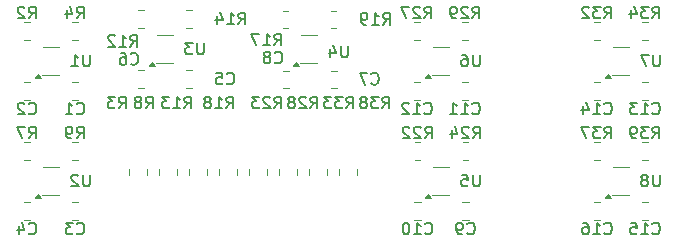
<source format=gbr>
%TF.GenerationSoftware,KiCad,Pcbnew,9.0.6-9.0.6~ubuntu24.04.1*%
%TF.CreationDate,2026-01-17T20:35:02-03:00*%
%TF.ProjectId,cotti_level_shifter,636f7474-695f-46c6-9576-656c5f736869,0.0*%
%TF.SameCoordinates,Original*%
%TF.FileFunction,Legend,Bot*%
%TF.FilePolarity,Positive*%
%FSLAX46Y46*%
G04 Gerber Fmt 4.6, Leading zero omitted, Abs format (unit mm)*
G04 Created by KiCad (PCBNEW 9.0.6-9.0.6~ubuntu24.04.1) date 2026-01-17 20:35:02*
%MOMM*%
%LPD*%
G01*
G04 APERTURE LIST*
%ADD10C,0.150000*%
%ADD11C,0.120000*%
G04 APERTURE END LIST*
D10*
X118109904Y-156934819D02*
X118109904Y-157744342D01*
X118109904Y-157744342D02*
X118062285Y-157839580D01*
X118062285Y-157839580D02*
X118014666Y-157887200D01*
X118014666Y-157887200D02*
X117919428Y-157934819D01*
X117919428Y-157934819D02*
X117728952Y-157934819D01*
X117728952Y-157934819D02*
X117633714Y-157887200D01*
X117633714Y-157887200D02*
X117586095Y-157839580D01*
X117586095Y-157839580D02*
X117538476Y-157744342D01*
X117538476Y-157744342D02*
X117538476Y-156934819D01*
X116538476Y-157934819D02*
X117109904Y-157934819D01*
X116824190Y-157934819D02*
X116824190Y-156934819D01*
X116824190Y-156934819D02*
X116919428Y-157077676D01*
X116919428Y-157077676D02*
X117014666Y-157172914D01*
X117014666Y-157172914D02*
X117109904Y-157220533D01*
X166369904Y-167094819D02*
X166369904Y-167904342D01*
X166369904Y-167904342D02*
X166322285Y-167999580D01*
X166322285Y-167999580D02*
X166274666Y-168047200D01*
X166274666Y-168047200D02*
X166179428Y-168094819D01*
X166179428Y-168094819D02*
X165988952Y-168094819D01*
X165988952Y-168094819D02*
X165893714Y-168047200D01*
X165893714Y-168047200D02*
X165846095Y-167999580D01*
X165846095Y-167999580D02*
X165798476Y-167904342D01*
X165798476Y-167904342D02*
X165798476Y-167094819D01*
X165179428Y-167523390D02*
X165274666Y-167475771D01*
X165274666Y-167475771D02*
X165322285Y-167428152D01*
X165322285Y-167428152D02*
X165369904Y-167332914D01*
X165369904Y-167332914D02*
X165369904Y-167285295D01*
X165369904Y-167285295D02*
X165322285Y-167190057D01*
X165322285Y-167190057D02*
X165274666Y-167142438D01*
X165274666Y-167142438D02*
X165179428Y-167094819D01*
X165179428Y-167094819D02*
X164988952Y-167094819D01*
X164988952Y-167094819D02*
X164893714Y-167142438D01*
X164893714Y-167142438D02*
X164846095Y-167190057D01*
X164846095Y-167190057D02*
X164798476Y-167285295D01*
X164798476Y-167285295D02*
X164798476Y-167332914D01*
X164798476Y-167332914D02*
X164846095Y-167428152D01*
X164846095Y-167428152D02*
X164893714Y-167475771D01*
X164893714Y-167475771D02*
X164988952Y-167523390D01*
X164988952Y-167523390D02*
X165179428Y-167523390D01*
X165179428Y-167523390D02*
X165274666Y-167571009D01*
X165274666Y-167571009D02*
X165322285Y-167618628D01*
X165322285Y-167618628D02*
X165369904Y-167713866D01*
X165369904Y-167713866D02*
X165369904Y-167904342D01*
X165369904Y-167904342D02*
X165322285Y-167999580D01*
X165322285Y-167999580D02*
X165274666Y-168047200D01*
X165274666Y-168047200D02*
X165179428Y-168094819D01*
X165179428Y-168094819D02*
X164988952Y-168094819D01*
X164988952Y-168094819D02*
X164893714Y-168047200D01*
X164893714Y-168047200D02*
X164846095Y-167999580D01*
X164846095Y-167999580D02*
X164798476Y-167904342D01*
X164798476Y-167904342D02*
X164798476Y-167713866D01*
X164798476Y-167713866D02*
X164846095Y-167618628D01*
X164846095Y-167618628D02*
X164893714Y-167571009D01*
X164893714Y-167571009D02*
X164988952Y-167523390D01*
X166369904Y-156934819D02*
X166369904Y-157744342D01*
X166369904Y-157744342D02*
X166322285Y-157839580D01*
X166322285Y-157839580D02*
X166274666Y-157887200D01*
X166274666Y-157887200D02*
X166179428Y-157934819D01*
X166179428Y-157934819D02*
X165988952Y-157934819D01*
X165988952Y-157934819D02*
X165893714Y-157887200D01*
X165893714Y-157887200D02*
X165846095Y-157839580D01*
X165846095Y-157839580D02*
X165798476Y-157744342D01*
X165798476Y-157744342D02*
X165798476Y-156934819D01*
X165417523Y-156934819D02*
X164750857Y-156934819D01*
X164750857Y-156934819D02*
X165179428Y-157934819D01*
X151129904Y-156934819D02*
X151129904Y-157744342D01*
X151129904Y-157744342D02*
X151082285Y-157839580D01*
X151082285Y-157839580D02*
X151034666Y-157887200D01*
X151034666Y-157887200D02*
X150939428Y-157934819D01*
X150939428Y-157934819D02*
X150748952Y-157934819D01*
X150748952Y-157934819D02*
X150653714Y-157887200D01*
X150653714Y-157887200D02*
X150606095Y-157839580D01*
X150606095Y-157839580D02*
X150558476Y-157744342D01*
X150558476Y-157744342D02*
X150558476Y-156934819D01*
X149653714Y-156934819D02*
X149844190Y-156934819D01*
X149844190Y-156934819D02*
X149939428Y-156982438D01*
X149939428Y-156982438D02*
X149987047Y-157030057D01*
X149987047Y-157030057D02*
X150082285Y-157172914D01*
X150082285Y-157172914D02*
X150129904Y-157363390D01*
X150129904Y-157363390D02*
X150129904Y-157744342D01*
X150129904Y-157744342D02*
X150082285Y-157839580D01*
X150082285Y-157839580D02*
X150034666Y-157887200D01*
X150034666Y-157887200D02*
X149939428Y-157934819D01*
X149939428Y-157934819D02*
X149748952Y-157934819D01*
X149748952Y-157934819D02*
X149653714Y-157887200D01*
X149653714Y-157887200D02*
X149606095Y-157839580D01*
X149606095Y-157839580D02*
X149558476Y-157744342D01*
X149558476Y-157744342D02*
X149558476Y-157506247D01*
X149558476Y-157506247D02*
X149606095Y-157411009D01*
X149606095Y-157411009D02*
X149653714Y-157363390D01*
X149653714Y-157363390D02*
X149748952Y-157315771D01*
X149748952Y-157315771D02*
X149939428Y-157315771D01*
X149939428Y-157315771D02*
X150034666Y-157363390D01*
X150034666Y-157363390D02*
X150082285Y-157411009D01*
X150082285Y-157411009D02*
X150129904Y-157506247D01*
X151129904Y-167094819D02*
X151129904Y-167904342D01*
X151129904Y-167904342D02*
X151082285Y-167999580D01*
X151082285Y-167999580D02*
X151034666Y-168047200D01*
X151034666Y-168047200D02*
X150939428Y-168094819D01*
X150939428Y-168094819D02*
X150748952Y-168094819D01*
X150748952Y-168094819D02*
X150653714Y-168047200D01*
X150653714Y-168047200D02*
X150606095Y-167999580D01*
X150606095Y-167999580D02*
X150558476Y-167904342D01*
X150558476Y-167904342D02*
X150558476Y-167094819D01*
X149606095Y-167094819D02*
X150082285Y-167094819D01*
X150082285Y-167094819D02*
X150129904Y-167571009D01*
X150129904Y-167571009D02*
X150082285Y-167523390D01*
X150082285Y-167523390D02*
X149987047Y-167475771D01*
X149987047Y-167475771D02*
X149748952Y-167475771D01*
X149748952Y-167475771D02*
X149653714Y-167523390D01*
X149653714Y-167523390D02*
X149606095Y-167571009D01*
X149606095Y-167571009D02*
X149558476Y-167666247D01*
X149558476Y-167666247D02*
X149558476Y-167904342D01*
X149558476Y-167904342D02*
X149606095Y-167999580D01*
X149606095Y-167999580D02*
X149653714Y-168047200D01*
X149653714Y-168047200D02*
X149748952Y-168094819D01*
X149748952Y-168094819D02*
X149987047Y-168094819D01*
X149987047Y-168094819D02*
X150082285Y-168047200D01*
X150082285Y-168047200D02*
X150129904Y-167999580D01*
X139953904Y-156172819D02*
X139953904Y-156982342D01*
X139953904Y-156982342D02*
X139906285Y-157077580D01*
X139906285Y-157077580D02*
X139858666Y-157125200D01*
X139858666Y-157125200D02*
X139763428Y-157172819D01*
X139763428Y-157172819D02*
X139572952Y-157172819D01*
X139572952Y-157172819D02*
X139477714Y-157125200D01*
X139477714Y-157125200D02*
X139430095Y-157077580D01*
X139430095Y-157077580D02*
X139382476Y-156982342D01*
X139382476Y-156982342D02*
X139382476Y-156172819D01*
X138477714Y-156506152D02*
X138477714Y-157172819D01*
X138715809Y-156125200D02*
X138953904Y-156839485D01*
X138953904Y-156839485D02*
X138334857Y-156839485D01*
X127761904Y-155918819D02*
X127761904Y-156728342D01*
X127761904Y-156728342D02*
X127714285Y-156823580D01*
X127714285Y-156823580D02*
X127666666Y-156871200D01*
X127666666Y-156871200D02*
X127571428Y-156918819D01*
X127571428Y-156918819D02*
X127380952Y-156918819D01*
X127380952Y-156918819D02*
X127285714Y-156871200D01*
X127285714Y-156871200D02*
X127238095Y-156823580D01*
X127238095Y-156823580D02*
X127190476Y-156728342D01*
X127190476Y-156728342D02*
X127190476Y-155918819D01*
X126809523Y-155918819D02*
X126190476Y-155918819D01*
X126190476Y-155918819D02*
X126523809Y-156299771D01*
X126523809Y-156299771D02*
X126380952Y-156299771D01*
X126380952Y-156299771D02*
X126285714Y-156347390D01*
X126285714Y-156347390D02*
X126238095Y-156395009D01*
X126238095Y-156395009D02*
X126190476Y-156490247D01*
X126190476Y-156490247D02*
X126190476Y-156728342D01*
X126190476Y-156728342D02*
X126238095Y-156823580D01*
X126238095Y-156823580D02*
X126285714Y-156871200D01*
X126285714Y-156871200D02*
X126380952Y-156918819D01*
X126380952Y-156918819D02*
X126666666Y-156918819D01*
X126666666Y-156918819D02*
X126761904Y-156871200D01*
X126761904Y-156871200D02*
X126809523Y-156823580D01*
X118109904Y-167094819D02*
X118109904Y-167904342D01*
X118109904Y-167904342D02*
X118062285Y-167999580D01*
X118062285Y-167999580D02*
X118014666Y-168047200D01*
X118014666Y-168047200D02*
X117919428Y-168094819D01*
X117919428Y-168094819D02*
X117728952Y-168094819D01*
X117728952Y-168094819D02*
X117633714Y-168047200D01*
X117633714Y-168047200D02*
X117586095Y-167999580D01*
X117586095Y-167999580D02*
X117538476Y-167904342D01*
X117538476Y-167904342D02*
X117538476Y-167094819D01*
X117109904Y-167190057D02*
X117062285Y-167142438D01*
X117062285Y-167142438D02*
X116967047Y-167094819D01*
X116967047Y-167094819D02*
X116728952Y-167094819D01*
X116728952Y-167094819D02*
X116633714Y-167142438D01*
X116633714Y-167142438D02*
X116586095Y-167190057D01*
X116586095Y-167190057D02*
X116538476Y-167285295D01*
X116538476Y-167285295D02*
X116538476Y-167380533D01*
X116538476Y-167380533D02*
X116586095Y-167523390D01*
X116586095Y-167523390D02*
X117157523Y-168094819D01*
X117157523Y-168094819D02*
X116538476Y-168094819D01*
X112942666Y-153870819D02*
X113275999Y-153394628D01*
X113514094Y-153870819D02*
X113514094Y-152870819D01*
X113514094Y-152870819D02*
X113133142Y-152870819D01*
X113133142Y-152870819D02*
X113037904Y-152918438D01*
X113037904Y-152918438D02*
X112990285Y-152966057D01*
X112990285Y-152966057D02*
X112942666Y-153061295D01*
X112942666Y-153061295D02*
X112942666Y-153204152D01*
X112942666Y-153204152D02*
X112990285Y-153299390D01*
X112990285Y-153299390D02*
X113037904Y-153347009D01*
X113037904Y-153347009D02*
X113133142Y-153394628D01*
X113133142Y-153394628D02*
X113514094Y-153394628D01*
X112561713Y-152966057D02*
X112514094Y-152918438D01*
X112514094Y-152918438D02*
X112418856Y-152870819D01*
X112418856Y-152870819D02*
X112180761Y-152870819D01*
X112180761Y-152870819D02*
X112085523Y-152918438D01*
X112085523Y-152918438D02*
X112037904Y-152966057D01*
X112037904Y-152966057D02*
X111990285Y-153061295D01*
X111990285Y-153061295D02*
X111990285Y-153156533D01*
X111990285Y-153156533D02*
X112037904Y-153299390D01*
X112037904Y-153299390D02*
X112609332Y-153870819D01*
X112609332Y-153870819D02*
X111990285Y-153870819D01*
X133738857Y-156156819D02*
X134072190Y-155680628D01*
X134310285Y-156156819D02*
X134310285Y-155156819D01*
X134310285Y-155156819D02*
X133929333Y-155156819D01*
X133929333Y-155156819D02*
X133834095Y-155204438D01*
X133834095Y-155204438D02*
X133786476Y-155252057D01*
X133786476Y-155252057D02*
X133738857Y-155347295D01*
X133738857Y-155347295D02*
X133738857Y-155490152D01*
X133738857Y-155490152D02*
X133786476Y-155585390D01*
X133786476Y-155585390D02*
X133834095Y-155633009D01*
X133834095Y-155633009D02*
X133929333Y-155680628D01*
X133929333Y-155680628D02*
X134310285Y-155680628D01*
X132786476Y-156156819D02*
X133357904Y-156156819D01*
X133072190Y-156156819D02*
X133072190Y-155156819D01*
X133072190Y-155156819D02*
X133167428Y-155299676D01*
X133167428Y-155299676D02*
X133262666Y-155394914D01*
X133262666Y-155394914D02*
X133357904Y-155442533D01*
X132453142Y-155156819D02*
X131786476Y-155156819D01*
X131786476Y-155156819D02*
X132215047Y-156156819D01*
X146438857Y-153870819D02*
X146772190Y-153394628D01*
X147010285Y-153870819D02*
X147010285Y-152870819D01*
X147010285Y-152870819D02*
X146629333Y-152870819D01*
X146629333Y-152870819D02*
X146534095Y-152918438D01*
X146534095Y-152918438D02*
X146486476Y-152966057D01*
X146486476Y-152966057D02*
X146438857Y-153061295D01*
X146438857Y-153061295D02*
X146438857Y-153204152D01*
X146438857Y-153204152D02*
X146486476Y-153299390D01*
X146486476Y-153299390D02*
X146534095Y-153347009D01*
X146534095Y-153347009D02*
X146629333Y-153394628D01*
X146629333Y-153394628D02*
X147010285Y-153394628D01*
X146057904Y-152966057D02*
X146010285Y-152918438D01*
X146010285Y-152918438D02*
X145915047Y-152870819D01*
X145915047Y-152870819D02*
X145676952Y-152870819D01*
X145676952Y-152870819D02*
X145581714Y-152918438D01*
X145581714Y-152918438D02*
X145534095Y-152966057D01*
X145534095Y-152966057D02*
X145486476Y-153061295D01*
X145486476Y-153061295D02*
X145486476Y-153156533D01*
X145486476Y-153156533D02*
X145534095Y-153299390D01*
X145534095Y-153299390D02*
X146105523Y-153870819D01*
X146105523Y-153870819D02*
X145486476Y-153870819D01*
X145153142Y-152870819D02*
X144486476Y-152870819D01*
X144486476Y-152870819D02*
X144915047Y-153870819D01*
X117006666Y-172063580D02*
X117054285Y-172111200D01*
X117054285Y-172111200D02*
X117197142Y-172158819D01*
X117197142Y-172158819D02*
X117292380Y-172158819D01*
X117292380Y-172158819D02*
X117435237Y-172111200D01*
X117435237Y-172111200D02*
X117530475Y-172015961D01*
X117530475Y-172015961D02*
X117578094Y-171920723D01*
X117578094Y-171920723D02*
X117625713Y-171730247D01*
X117625713Y-171730247D02*
X117625713Y-171587390D01*
X117625713Y-171587390D02*
X117578094Y-171396914D01*
X117578094Y-171396914D02*
X117530475Y-171301676D01*
X117530475Y-171301676D02*
X117435237Y-171206438D01*
X117435237Y-171206438D02*
X117292380Y-171158819D01*
X117292380Y-171158819D02*
X117197142Y-171158819D01*
X117197142Y-171158819D02*
X117054285Y-171206438D01*
X117054285Y-171206438D02*
X117006666Y-171254057D01*
X116673332Y-171158819D02*
X116054285Y-171158819D01*
X116054285Y-171158819D02*
X116387618Y-171539771D01*
X116387618Y-171539771D02*
X116244761Y-171539771D01*
X116244761Y-171539771D02*
X116149523Y-171587390D01*
X116149523Y-171587390D02*
X116101904Y-171635009D01*
X116101904Y-171635009D02*
X116054285Y-171730247D01*
X116054285Y-171730247D02*
X116054285Y-171968342D01*
X116054285Y-171968342D02*
X116101904Y-172063580D01*
X116101904Y-172063580D02*
X116149523Y-172111200D01*
X116149523Y-172111200D02*
X116244761Y-172158819D01*
X116244761Y-172158819D02*
X116530475Y-172158819D01*
X116530475Y-172158819D02*
X116625713Y-172111200D01*
X116625713Y-172111200D02*
X116673332Y-172063580D01*
X121546857Y-156268819D02*
X121880190Y-155792628D01*
X122118285Y-156268819D02*
X122118285Y-155268819D01*
X122118285Y-155268819D02*
X121737333Y-155268819D01*
X121737333Y-155268819D02*
X121642095Y-155316438D01*
X121642095Y-155316438D02*
X121594476Y-155364057D01*
X121594476Y-155364057D02*
X121546857Y-155459295D01*
X121546857Y-155459295D02*
X121546857Y-155602152D01*
X121546857Y-155602152D02*
X121594476Y-155697390D01*
X121594476Y-155697390D02*
X121642095Y-155745009D01*
X121642095Y-155745009D02*
X121737333Y-155792628D01*
X121737333Y-155792628D02*
X122118285Y-155792628D01*
X120594476Y-156268819D02*
X121165904Y-156268819D01*
X120880190Y-156268819D02*
X120880190Y-155268819D01*
X120880190Y-155268819D02*
X120975428Y-155411676D01*
X120975428Y-155411676D02*
X121070666Y-155506914D01*
X121070666Y-155506914D02*
X121165904Y-155554533D01*
X120213523Y-155364057D02*
X120165904Y-155316438D01*
X120165904Y-155316438D02*
X120070666Y-155268819D01*
X120070666Y-155268819D02*
X119832571Y-155268819D01*
X119832571Y-155268819D02*
X119737333Y-155316438D01*
X119737333Y-155316438D02*
X119689714Y-155364057D01*
X119689714Y-155364057D02*
X119642095Y-155459295D01*
X119642095Y-155459295D02*
X119642095Y-155554533D01*
X119642095Y-155554533D02*
X119689714Y-155697390D01*
X119689714Y-155697390D02*
X120261142Y-156268819D01*
X120261142Y-156268819D02*
X119642095Y-156268819D01*
X126118857Y-161490819D02*
X126452190Y-161014628D01*
X126690285Y-161490819D02*
X126690285Y-160490819D01*
X126690285Y-160490819D02*
X126309333Y-160490819D01*
X126309333Y-160490819D02*
X126214095Y-160538438D01*
X126214095Y-160538438D02*
X126166476Y-160586057D01*
X126166476Y-160586057D02*
X126118857Y-160681295D01*
X126118857Y-160681295D02*
X126118857Y-160824152D01*
X126118857Y-160824152D02*
X126166476Y-160919390D01*
X126166476Y-160919390D02*
X126214095Y-160967009D01*
X126214095Y-160967009D02*
X126309333Y-161014628D01*
X126309333Y-161014628D02*
X126690285Y-161014628D01*
X125166476Y-161490819D02*
X125737904Y-161490819D01*
X125452190Y-161490819D02*
X125452190Y-160490819D01*
X125452190Y-160490819D02*
X125547428Y-160633676D01*
X125547428Y-160633676D02*
X125642666Y-160728914D01*
X125642666Y-160728914D02*
X125737904Y-160776533D01*
X124833142Y-160490819D02*
X124214095Y-160490819D01*
X124214095Y-160490819D02*
X124547428Y-160871771D01*
X124547428Y-160871771D02*
X124404571Y-160871771D01*
X124404571Y-160871771D02*
X124309333Y-160919390D01*
X124309333Y-160919390D02*
X124261714Y-160967009D01*
X124261714Y-160967009D02*
X124214095Y-161062247D01*
X124214095Y-161062247D02*
X124214095Y-161300342D01*
X124214095Y-161300342D02*
X124261714Y-161395580D01*
X124261714Y-161395580D02*
X124309333Y-161443200D01*
X124309333Y-161443200D02*
X124404571Y-161490819D01*
X124404571Y-161490819D02*
X124690285Y-161490819D01*
X124690285Y-161490819D02*
X124785523Y-161443200D01*
X124785523Y-161443200D02*
X124833142Y-161395580D01*
X161678857Y-153870819D02*
X162012190Y-153394628D01*
X162250285Y-153870819D02*
X162250285Y-152870819D01*
X162250285Y-152870819D02*
X161869333Y-152870819D01*
X161869333Y-152870819D02*
X161774095Y-152918438D01*
X161774095Y-152918438D02*
X161726476Y-152966057D01*
X161726476Y-152966057D02*
X161678857Y-153061295D01*
X161678857Y-153061295D02*
X161678857Y-153204152D01*
X161678857Y-153204152D02*
X161726476Y-153299390D01*
X161726476Y-153299390D02*
X161774095Y-153347009D01*
X161774095Y-153347009D02*
X161869333Y-153394628D01*
X161869333Y-153394628D02*
X162250285Y-153394628D01*
X161345523Y-152870819D02*
X160726476Y-152870819D01*
X160726476Y-152870819D02*
X161059809Y-153251771D01*
X161059809Y-153251771D02*
X160916952Y-153251771D01*
X160916952Y-153251771D02*
X160821714Y-153299390D01*
X160821714Y-153299390D02*
X160774095Y-153347009D01*
X160774095Y-153347009D02*
X160726476Y-153442247D01*
X160726476Y-153442247D02*
X160726476Y-153680342D01*
X160726476Y-153680342D02*
X160774095Y-153775580D01*
X160774095Y-153775580D02*
X160821714Y-153823200D01*
X160821714Y-153823200D02*
X160916952Y-153870819D01*
X160916952Y-153870819D02*
X161202666Y-153870819D01*
X161202666Y-153870819D02*
X161297904Y-153823200D01*
X161297904Y-153823200D02*
X161345523Y-153775580D01*
X160345523Y-152966057D02*
X160297904Y-152918438D01*
X160297904Y-152918438D02*
X160202666Y-152870819D01*
X160202666Y-152870819D02*
X159964571Y-152870819D01*
X159964571Y-152870819D02*
X159869333Y-152918438D01*
X159869333Y-152918438D02*
X159821714Y-152966057D01*
X159821714Y-152966057D02*
X159774095Y-153061295D01*
X159774095Y-153061295D02*
X159774095Y-153156533D01*
X159774095Y-153156533D02*
X159821714Y-153299390D01*
X159821714Y-153299390D02*
X160393142Y-153870819D01*
X160393142Y-153870819D02*
X159774095Y-153870819D01*
X142933357Y-154395819D02*
X143266690Y-153919628D01*
X143504785Y-154395819D02*
X143504785Y-153395819D01*
X143504785Y-153395819D02*
X143123833Y-153395819D01*
X143123833Y-153395819D02*
X143028595Y-153443438D01*
X143028595Y-153443438D02*
X142980976Y-153491057D01*
X142980976Y-153491057D02*
X142933357Y-153586295D01*
X142933357Y-153586295D02*
X142933357Y-153729152D01*
X142933357Y-153729152D02*
X142980976Y-153824390D01*
X142980976Y-153824390D02*
X143028595Y-153872009D01*
X143028595Y-153872009D02*
X143123833Y-153919628D01*
X143123833Y-153919628D02*
X143504785Y-153919628D01*
X141980976Y-154395819D02*
X142552404Y-154395819D01*
X142266690Y-154395819D02*
X142266690Y-153395819D01*
X142266690Y-153395819D02*
X142361928Y-153538676D01*
X142361928Y-153538676D02*
X142457166Y-153633914D01*
X142457166Y-153633914D02*
X142552404Y-153681533D01*
X141504785Y-154395819D02*
X141314309Y-154395819D01*
X141314309Y-154395819D02*
X141219071Y-154348200D01*
X141219071Y-154348200D02*
X141171452Y-154300580D01*
X141171452Y-154300580D02*
X141076214Y-154157723D01*
X141076214Y-154157723D02*
X141028595Y-153967247D01*
X141028595Y-153967247D02*
X141028595Y-153586295D01*
X141028595Y-153586295D02*
X141076214Y-153491057D01*
X141076214Y-153491057D02*
X141123833Y-153443438D01*
X141123833Y-153443438D02*
X141219071Y-153395819D01*
X141219071Y-153395819D02*
X141409547Y-153395819D01*
X141409547Y-153395819D02*
X141504785Y-153443438D01*
X141504785Y-153443438D02*
X141552404Y-153491057D01*
X141552404Y-153491057D02*
X141600023Y-153586295D01*
X141600023Y-153586295D02*
X141600023Y-153824390D01*
X141600023Y-153824390D02*
X141552404Y-153919628D01*
X141552404Y-153919628D02*
X141504785Y-153967247D01*
X141504785Y-153967247D02*
X141409547Y-154014866D01*
X141409547Y-154014866D02*
X141219071Y-154014866D01*
X141219071Y-154014866D02*
X141123833Y-153967247D01*
X141123833Y-153967247D02*
X141076214Y-153919628D01*
X141076214Y-153919628D02*
X141028595Y-153824390D01*
X112942666Y-164030819D02*
X113275999Y-163554628D01*
X113514094Y-164030819D02*
X113514094Y-163030819D01*
X113514094Y-163030819D02*
X113133142Y-163030819D01*
X113133142Y-163030819D02*
X113037904Y-163078438D01*
X113037904Y-163078438D02*
X112990285Y-163126057D01*
X112990285Y-163126057D02*
X112942666Y-163221295D01*
X112942666Y-163221295D02*
X112942666Y-163364152D01*
X112942666Y-163364152D02*
X112990285Y-163459390D01*
X112990285Y-163459390D02*
X113037904Y-163507009D01*
X113037904Y-163507009D02*
X113133142Y-163554628D01*
X113133142Y-163554628D02*
X113514094Y-163554628D01*
X112609332Y-163030819D02*
X111942666Y-163030819D01*
X111942666Y-163030819D02*
X112371237Y-164030819D01*
X150502857Y-161903580D02*
X150550476Y-161951200D01*
X150550476Y-161951200D02*
X150693333Y-161998819D01*
X150693333Y-161998819D02*
X150788571Y-161998819D01*
X150788571Y-161998819D02*
X150931428Y-161951200D01*
X150931428Y-161951200D02*
X151026666Y-161855961D01*
X151026666Y-161855961D02*
X151074285Y-161760723D01*
X151074285Y-161760723D02*
X151121904Y-161570247D01*
X151121904Y-161570247D02*
X151121904Y-161427390D01*
X151121904Y-161427390D02*
X151074285Y-161236914D01*
X151074285Y-161236914D02*
X151026666Y-161141676D01*
X151026666Y-161141676D02*
X150931428Y-161046438D01*
X150931428Y-161046438D02*
X150788571Y-160998819D01*
X150788571Y-160998819D02*
X150693333Y-160998819D01*
X150693333Y-160998819D02*
X150550476Y-161046438D01*
X150550476Y-161046438D02*
X150502857Y-161094057D01*
X149550476Y-161998819D02*
X150121904Y-161998819D01*
X149836190Y-161998819D02*
X149836190Y-160998819D01*
X149836190Y-160998819D02*
X149931428Y-161141676D01*
X149931428Y-161141676D02*
X150026666Y-161236914D01*
X150026666Y-161236914D02*
X150121904Y-161284533D01*
X148598095Y-161998819D02*
X149169523Y-161998819D01*
X148883809Y-161998819D02*
X148883809Y-160998819D01*
X148883809Y-160998819D02*
X148979047Y-161141676D01*
X148979047Y-161141676D02*
X149074285Y-161236914D01*
X149074285Y-161236914D02*
X149169523Y-161284533D01*
X150082666Y-172063580D02*
X150130285Y-172111200D01*
X150130285Y-172111200D02*
X150273142Y-172158819D01*
X150273142Y-172158819D02*
X150368380Y-172158819D01*
X150368380Y-172158819D02*
X150511237Y-172111200D01*
X150511237Y-172111200D02*
X150606475Y-172015961D01*
X150606475Y-172015961D02*
X150654094Y-171920723D01*
X150654094Y-171920723D02*
X150701713Y-171730247D01*
X150701713Y-171730247D02*
X150701713Y-171587390D01*
X150701713Y-171587390D02*
X150654094Y-171396914D01*
X150654094Y-171396914D02*
X150606475Y-171301676D01*
X150606475Y-171301676D02*
X150511237Y-171206438D01*
X150511237Y-171206438D02*
X150368380Y-171158819D01*
X150368380Y-171158819D02*
X150273142Y-171158819D01*
X150273142Y-171158819D02*
X150130285Y-171206438D01*
X150130285Y-171206438D02*
X150082666Y-171254057D01*
X149606475Y-172158819D02*
X149415999Y-172158819D01*
X149415999Y-172158819D02*
X149320761Y-172111200D01*
X149320761Y-172111200D02*
X149273142Y-172063580D01*
X149273142Y-172063580D02*
X149177904Y-171920723D01*
X149177904Y-171920723D02*
X149130285Y-171730247D01*
X149130285Y-171730247D02*
X149130285Y-171349295D01*
X149130285Y-171349295D02*
X149177904Y-171254057D01*
X149177904Y-171254057D02*
X149225523Y-171206438D01*
X149225523Y-171206438D02*
X149320761Y-171158819D01*
X149320761Y-171158819D02*
X149511237Y-171158819D01*
X149511237Y-171158819D02*
X149606475Y-171206438D01*
X149606475Y-171206438D02*
X149654094Y-171254057D01*
X149654094Y-171254057D02*
X149701713Y-171349295D01*
X149701713Y-171349295D02*
X149701713Y-171587390D01*
X149701713Y-171587390D02*
X149654094Y-171682628D01*
X149654094Y-171682628D02*
X149606475Y-171730247D01*
X149606475Y-171730247D02*
X149511237Y-171777866D01*
X149511237Y-171777866D02*
X149320761Y-171777866D01*
X149320761Y-171777866D02*
X149225523Y-171730247D01*
X149225523Y-171730247D02*
X149177904Y-171682628D01*
X149177904Y-171682628D02*
X149130285Y-171587390D01*
X165742857Y-164030819D02*
X166076190Y-163554628D01*
X166314285Y-164030819D02*
X166314285Y-163030819D01*
X166314285Y-163030819D02*
X165933333Y-163030819D01*
X165933333Y-163030819D02*
X165838095Y-163078438D01*
X165838095Y-163078438D02*
X165790476Y-163126057D01*
X165790476Y-163126057D02*
X165742857Y-163221295D01*
X165742857Y-163221295D02*
X165742857Y-163364152D01*
X165742857Y-163364152D02*
X165790476Y-163459390D01*
X165790476Y-163459390D02*
X165838095Y-163507009D01*
X165838095Y-163507009D02*
X165933333Y-163554628D01*
X165933333Y-163554628D02*
X166314285Y-163554628D01*
X165409523Y-163030819D02*
X164790476Y-163030819D01*
X164790476Y-163030819D02*
X165123809Y-163411771D01*
X165123809Y-163411771D02*
X164980952Y-163411771D01*
X164980952Y-163411771D02*
X164885714Y-163459390D01*
X164885714Y-163459390D02*
X164838095Y-163507009D01*
X164838095Y-163507009D02*
X164790476Y-163602247D01*
X164790476Y-163602247D02*
X164790476Y-163840342D01*
X164790476Y-163840342D02*
X164838095Y-163935580D01*
X164838095Y-163935580D02*
X164885714Y-163983200D01*
X164885714Y-163983200D02*
X164980952Y-164030819D01*
X164980952Y-164030819D02*
X165266666Y-164030819D01*
X165266666Y-164030819D02*
X165361904Y-163983200D01*
X165361904Y-163983200D02*
X165409523Y-163935580D01*
X164314285Y-164030819D02*
X164123809Y-164030819D01*
X164123809Y-164030819D02*
X164028571Y-163983200D01*
X164028571Y-163983200D02*
X163980952Y-163935580D01*
X163980952Y-163935580D02*
X163885714Y-163792723D01*
X163885714Y-163792723D02*
X163838095Y-163602247D01*
X163838095Y-163602247D02*
X163838095Y-163221295D01*
X163838095Y-163221295D02*
X163885714Y-163126057D01*
X163885714Y-163126057D02*
X163933333Y-163078438D01*
X163933333Y-163078438D02*
X164028571Y-163030819D01*
X164028571Y-163030819D02*
X164219047Y-163030819D01*
X164219047Y-163030819D02*
X164314285Y-163078438D01*
X164314285Y-163078438D02*
X164361904Y-163126057D01*
X164361904Y-163126057D02*
X164409523Y-163221295D01*
X164409523Y-163221295D02*
X164409523Y-163459390D01*
X164409523Y-163459390D02*
X164361904Y-163554628D01*
X164361904Y-163554628D02*
X164314285Y-163602247D01*
X164314285Y-163602247D02*
X164219047Y-163649866D01*
X164219047Y-163649866D02*
X164028571Y-163649866D01*
X164028571Y-163649866D02*
X163933333Y-163602247D01*
X163933333Y-163602247D02*
X163885714Y-163554628D01*
X163885714Y-163554628D02*
X163838095Y-163459390D01*
X146494857Y-164030819D02*
X146828190Y-163554628D01*
X147066285Y-164030819D02*
X147066285Y-163030819D01*
X147066285Y-163030819D02*
X146685333Y-163030819D01*
X146685333Y-163030819D02*
X146590095Y-163078438D01*
X146590095Y-163078438D02*
X146542476Y-163126057D01*
X146542476Y-163126057D02*
X146494857Y-163221295D01*
X146494857Y-163221295D02*
X146494857Y-163364152D01*
X146494857Y-163364152D02*
X146542476Y-163459390D01*
X146542476Y-163459390D02*
X146590095Y-163507009D01*
X146590095Y-163507009D02*
X146685333Y-163554628D01*
X146685333Y-163554628D02*
X147066285Y-163554628D01*
X146113904Y-163126057D02*
X146066285Y-163078438D01*
X146066285Y-163078438D02*
X145971047Y-163030819D01*
X145971047Y-163030819D02*
X145732952Y-163030819D01*
X145732952Y-163030819D02*
X145637714Y-163078438D01*
X145637714Y-163078438D02*
X145590095Y-163126057D01*
X145590095Y-163126057D02*
X145542476Y-163221295D01*
X145542476Y-163221295D02*
X145542476Y-163316533D01*
X145542476Y-163316533D02*
X145590095Y-163459390D01*
X145590095Y-163459390D02*
X146161523Y-164030819D01*
X146161523Y-164030819D02*
X145542476Y-164030819D01*
X145161523Y-163126057D02*
X145113904Y-163078438D01*
X145113904Y-163078438D02*
X145018666Y-163030819D01*
X145018666Y-163030819D02*
X144780571Y-163030819D01*
X144780571Y-163030819D02*
X144685333Y-163078438D01*
X144685333Y-163078438D02*
X144637714Y-163126057D01*
X144637714Y-163126057D02*
X144590095Y-163221295D01*
X144590095Y-163221295D02*
X144590095Y-163316533D01*
X144590095Y-163316533D02*
X144637714Y-163459390D01*
X144637714Y-163459390D02*
X145209142Y-164030819D01*
X145209142Y-164030819D02*
X144590095Y-164030819D01*
X133770666Y-157585580D02*
X133818285Y-157633200D01*
X133818285Y-157633200D02*
X133961142Y-157680819D01*
X133961142Y-157680819D02*
X134056380Y-157680819D01*
X134056380Y-157680819D02*
X134199237Y-157633200D01*
X134199237Y-157633200D02*
X134294475Y-157537961D01*
X134294475Y-157537961D02*
X134342094Y-157442723D01*
X134342094Y-157442723D02*
X134389713Y-157252247D01*
X134389713Y-157252247D02*
X134389713Y-157109390D01*
X134389713Y-157109390D02*
X134342094Y-156918914D01*
X134342094Y-156918914D02*
X134294475Y-156823676D01*
X134294475Y-156823676D02*
X134199237Y-156728438D01*
X134199237Y-156728438D02*
X134056380Y-156680819D01*
X134056380Y-156680819D02*
X133961142Y-156680819D01*
X133961142Y-156680819D02*
X133818285Y-156728438D01*
X133818285Y-156728438D02*
X133770666Y-156776057D01*
X133199237Y-157109390D02*
X133294475Y-157061771D01*
X133294475Y-157061771D02*
X133342094Y-157014152D01*
X133342094Y-157014152D02*
X133389713Y-156918914D01*
X133389713Y-156918914D02*
X133389713Y-156871295D01*
X133389713Y-156871295D02*
X133342094Y-156776057D01*
X133342094Y-156776057D02*
X133294475Y-156728438D01*
X133294475Y-156728438D02*
X133199237Y-156680819D01*
X133199237Y-156680819D02*
X133008761Y-156680819D01*
X133008761Y-156680819D02*
X132913523Y-156728438D01*
X132913523Y-156728438D02*
X132865904Y-156776057D01*
X132865904Y-156776057D02*
X132818285Y-156871295D01*
X132818285Y-156871295D02*
X132818285Y-156918914D01*
X132818285Y-156918914D02*
X132865904Y-157014152D01*
X132865904Y-157014152D02*
X132913523Y-157061771D01*
X132913523Y-157061771D02*
X133008761Y-157109390D01*
X133008761Y-157109390D02*
X133199237Y-157109390D01*
X133199237Y-157109390D02*
X133294475Y-157157009D01*
X133294475Y-157157009D02*
X133342094Y-157204628D01*
X133342094Y-157204628D02*
X133389713Y-157299866D01*
X133389713Y-157299866D02*
X133389713Y-157490342D01*
X133389713Y-157490342D02*
X133342094Y-157585580D01*
X133342094Y-157585580D02*
X133294475Y-157633200D01*
X133294475Y-157633200D02*
X133199237Y-157680819D01*
X133199237Y-157680819D02*
X133008761Y-157680819D01*
X133008761Y-157680819D02*
X132913523Y-157633200D01*
X132913523Y-157633200D02*
X132865904Y-157585580D01*
X132865904Y-157585580D02*
X132818285Y-157490342D01*
X132818285Y-157490342D02*
X132818285Y-157299866D01*
X132818285Y-157299866D02*
X132865904Y-157204628D01*
X132865904Y-157204628D02*
X132913523Y-157157009D01*
X132913523Y-157157009D02*
X133008761Y-157109390D01*
X117006666Y-164030819D02*
X117339999Y-163554628D01*
X117578094Y-164030819D02*
X117578094Y-163030819D01*
X117578094Y-163030819D02*
X117197142Y-163030819D01*
X117197142Y-163030819D02*
X117101904Y-163078438D01*
X117101904Y-163078438D02*
X117054285Y-163126057D01*
X117054285Y-163126057D02*
X117006666Y-163221295D01*
X117006666Y-163221295D02*
X117006666Y-163364152D01*
X117006666Y-163364152D02*
X117054285Y-163459390D01*
X117054285Y-163459390D02*
X117101904Y-163507009D01*
X117101904Y-163507009D02*
X117197142Y-163554628D01*
X117197142Y-163554628D02*
X117578094Y-163554628D01*
X116530475Y-164030819D02*
X116339999Y-164030819D01*
X116339999Y-164030819D02*
X116244761Y-163983200D01*
X116244761Y-163983200D02*
X116197142Y-163935580D01*
X116197142Y-163935580D02*
X116101904Y-163792723D01*
X116101904Y-163792723D02*
X116054285Y-163602247D01*
X116054285Y-163602247D02*
X116054285Y-163221295D01*
X116054285Y-163221295D02*
X116101904Y-163126057D01*
X116101904Y-163126057D02*
X116149523Y-163078438D01*
X116149523Y-163078438D02*
X116244761Y-163030819D01*
X116244761Y-163030819D02*
X116435237Y-163030819D01*
X116435237Y-163030819D02*
X116530475Y-163078438D01*
X116530475Y-163078438D02*
X116578094Y-163126057D01*
X116578094Y-163126057D02*
X116625713Y-163221295D01*
X116625713Y-163221295D02*
X116625713Y-163459390D01*
X116625713Y-163459390D02*
X116578094Y-163554628D01*
X116578094Y-163554628D02*
X116530475Y-163602247D01*
X116530475Y-163602247D02*
X116435237Y-163649866D01*
X116435237Y-163649866D02*
X116244761Y-163649866D01*
X116244761Y-163649866D02*
X116149523Y-163602247D01*
X116149523Y-163602247D02*
X116101904Y-163554628D01*
X116101904Y-163554628D02*
X116054285Y-163459390D01*
X142882857Y-161490819D02*
X143216190Y-161014628D01*
X143454285Y-161490819D02*
X143454285Y-160490819D01*
X143454285Y-160490819D02*
X143073333Y-160490819D01*
X143073333Y-160490819D02*
X142978095Y-160538438D01*
X142978095Y-160538438D02*
X142930476Y-160586057D01*
X142930476Y-160586057D02*
X142882857Y-160681295D01*
X142882857Y-160681295D02*
X142882857Y-160824152D01*
X142882857Y-160824152D02*
X142930476Y-160919390D01*
X142930476Y-160919390D02*
X142978095Y-160967009D01*
X142978095Y-160967009D02*
X143073333Y-161014628D01*
X143073333Y-161014628D02*
X143454285Y-161014628D01*
X142549523Y-160490819D02*
X141930476Y-160490819D01*
X141930476Y-160490819D02*
X142263809Y-160871771D01*
X142263809Y-160871771D02*
X142120952Y-160871771D01*
X142120952Y-160871771D02*
X142025714Y-160919390D01*
X142025714Y-160919390D02*
X141978095Y-160967009D01*
X141978095Y-160967009D02*
X141930476Y-161062247D01*
X141930476Y-161062247D02*
X141930476Y-161300342D01*
X141930476Y-161300342D02*
X141978095Y-161395580D01*
X141978095Y-161395580D02*
X142025714Y-161443200D01*
X142025714Y-161443200D02*
X142120952Y-161490819D01*
X142120952Y-161490819D02*
X142406666Y-161490819D01*
X142406666Y-161490819D02*
X142501904Y-161443200D01*
X142501904Y-161443200D02*
X142549523Y-161395580D01*
X141359047Y-160919390D02*
X141454285Y-160871771D01*
X141454285Y-160871771D02*
X141501904Y-160824152D01*
X141501904Y-160824152D02*
X141549523Y-160728914D01*
X141549523Y-160728914D02*
X141549523Y-160681295D01*
X141549523Y-160681295D02*
X141501904Y-160586057D01*
X141501904Y-160586057D02*
X141454285Y-160538438D01*
X141454285Y-160538438D02*
X141359047Y-160490819D01*
X141359047Y-160490819D02*
X141168571Y-160490819D01*
X141168571Y-160490819D02*
X141073333Y-160538438D01*
X141073333Y-160538438D02*
X141025714Y-160586057D01*
X141025714Y-160586057D02*
X140978095Y-160681295D01*
X140978095Y-160681295D02*
X140978095Y-160728914D01*
X140978095Y-160728914D02*
X141025714Y-160824152D01*
X141025714Y-160824152D02*
X141073333Y-160871771D01*
X141073333Y-160871771D02*
X141168571Y-160919390D01*
X141168571Y-160919390D02*
X141359047Y-160919390D01*
X141359047Y-160919390D02*
X141454285Y-160967009D01*
X141454285Y-160967009D02*
X141501904Y-161014628D01*
X141501904Y-161014628D02*
X141549523Y-161109866D01*
X141549523Y-161109866D02*
X141549523Y-161300342D01*
X141549523Y-161300342D02*
X141501904Y-161395580D01*
X141501904Y-161395580D02*
X141454285Y-161443200D01*
X141454285Y-161443200D02*
X141359047Y-161490819D01*
X141359047Y-161490819D02*
X141168571Y-161490819D01*
X141168571Y-161490819D02*
X141073333Y-161443200D01*
X141073333Y-161443200D02*
X141025714Y-161395580D01*
X141025714Y-161395580D02*
X140978095Y-161300342D01*
X140978095Y-161300342D02*
X140978095Y-161109866D01*
X140978095Y-161109866D02*
X141025714Y-161014628D01*
X141025714Y-161014628D02*
X141073333Y-160967009D01*
X141073333Y-160967009D02*
X141168571Y-160919390D01*
X139834857Y-161490819D02*
X140168190Y-161014628D01*
X140406285Y-161490819D02*
X140406285Y-160490819D01*
X140406285Y-160490819D02*
X140025333Y-160490819D01*
X140025333Y-160490819D02*
X139930095Y-160538438D01*
X139930095Y-160538438D02*
X139882476Y-160586057D01*
X139882476Y-160586057D02*
X139834857Y-160681295D01*
X139834857Y-160681295D02*
X139834857Y-160824152D01*
X139834857Y-160824152D02*
X139882476Y-160919390D01*
X139882476Y-160919390D02*
X139930095Y-160967009D01*
X139930095Y-160967009D02*
X140025333Y-161014628D01*
X140025333Y-161014628D02*
X140406285Y-161014628D01*
X139501523Y-160490819D02*
X138882476Y-160490819D01*
X138882476Y-160490819D02*
X139215809Y-160871771D01*
X139215809Y-160871771D02*
X139072952Y-160871771D01*
X139072952Y-160871771D02*
X138977714Y-160919390D01*
X138977714Y-160919390D02*
X138930095Y-160967009D01*
X138930095Y-160967009D02*
X138882476Y-161062247D01*
X138882476Y-161062247D02*
X138882476Y-161300342D01*
X138882476Y-161300342D02*
X138930095Y-161395580D01*
X138930095Y-161395580D02*
X138977714Y-161443200D01*
X138977714Y-161443200D02*
X139072952Y-161490819D01*
X139072952Y-161490819D02*
X139358666Y-161490819D01*
X139358666Y-161490819D02*
X139453904Y-161443200D01*
X139453904Y-161443200D02*
X139501523Y-161395580D01*
X138549142Y-160490819D02*
X137930095Y-160490819D01*
X137930095Y-160490819D02*
X138263428Y-160871771D01*
X138263428Y-160871771D02*
X138120571Y-160871771D01*
X138120571Y-160871771D02*
X138025333Y-160919390D01*
X138025333Y-160919390D02*
X137977714Y-160967009D01*
X137977714Y-160967009D02*
X137930095Y-161062247D01*
X137930095Y-161062247D02*
X137930095Y-161300342D01*
X137930095Y-161300342D02*
X137977714Y-161395580D01*
X137977714Y-161395580D02*
X138025333Y-161443200D01*
X138025333Y-161443200D02*
X138120571Y-161490819D01*
X138120571Y-161490819D02*
X138406285Y-161490819D01*
X138406285Y-161490819D02*
X138501523Y-161443200D01*
X138501523Y-161443200D02*
X138549142Y-161395580D01*
X133738857Y-161490819D02*
X134072190Y-161014628D01*
X134310285Y-161490819D02*
X134310285Y-160490819D01*
X134310285Y-160490819D02*
X133929333Y-160490819D01*
X133929333Y-160490819D02*
X133834095Y-160538438D01*
X133834095Y-160538438D02*
X133786476Y-160586057D01*
X133786476Y-160586057D02*
X133738857Y-160681295D01*
X133738857Y-160681295D02*
X133738857Y-160824152D01*
X133738857Y-160824152D02*
X133786476Y-160919390D01*
X133786476Y-160919390D02*
X133834095Y-160967009D01*
X133834095Y-160967009D02*
X133929333Y-161014628D01*
X133929333Y-161014628D02*
X134310285Y-161014628D01*
X133357904Y-160586057D02*
X133310285Y-160538438D01*
X133310285Y-160538438D02*
X133215047Y-160490819D01*
X133215047Y-160490819D02*
X132976952Y-160490819D01*
X132976952Y-160490819D02*
X132881714Y-160538438D01*
X132881714Y-160538438D02*
X132834095Y-160586057D01*
X132834095Y-160586057D02*
X132786476Y-160681295D01*
X132786476Y-160681295D02*
X132786476Y-160776533D01*
X132786476Y-160776533D02*
X132834095Y-160919390D01*
X132834095Y-160919390D02*
X133405523Y-161490819D01*
X133405523Y-161490819D02*
X132786476Y-161490819D01*
X132453142Y-160490819D02*
X131834095Y-160490819D01*
X131834095Y-160490819D02*
X132167428Y-160871771D01*
X132167428Y-160871771D02*
X132024571Y-160871771D01*
X132024571Y-160871771D02*
X131929333Y-160919390D01*
X131929333Y-160919390D02*
X131881714Y-160967009D01*
X131881714Y-160967009D02*
X131834095Y-161062247D01*
X131834095Y-161062247D02*
X131834095Y-161300342D01*
X131834095Y-161300342D02*
X131881714Y-161395580D01*
X131881714Y-161395580D02*
X131929333Y-161443200D01*
X131929333Y-161443200D02*
X132024571Y-161490819D01*
X132024571Y-161490819D02*
X132310285Y-161490819D01*
X132310285Y-161490819D02*
X132405523Y-161443200D01*
X132405523Y-161443200D02*
X132453142Y-161395580D01*
X117006666Y-153870819D02*
X117339999Y-153394628D01*
X117578094Y-153870819D02*
X117578094Y-152870819D01*
X117578094Y-152870819D02*
X117197142Y-152870819D01*
X117197142Y-152870819D02*
X117101904Y-152918438D01*
X117101904Y-152918438D02*
X117054285Y-152966057D01*
X117054285Y-152966057D02*
X117006666Y-153061295D01*
X117006666Y-153061295D02*
X117006666Y-153204152D01*
X117006666Y-153204152D02*
X117054285Y-153299390D01*
X117054285Y-153299390D02*
X117101904Y-153347009D01*
X117101904Y-153347009D02*
X117197142Y-153394628D01*
X117197142Y-153394628D02*
X117578094Y-153394628D01*
X116149523Y-153204152D02*
X116149523Y-153870819D01*
X116387618Y-152823200D02*
X116625713Y-153537485D01*
X116625713Y-153537485D02*
X116006666Y-153537485D01*
X146494857Y-172063580D02*
X146542476Y-172111200D01*
X146542476Y-172111200D02*
X146685333Y-172158819D01*
X146685333Y-172158819D02*
X146780571Y-172158819D01*
X146780571Y-172158819D02*
X146923428Y-172111200D01*
X146923428Y-172111200D02*
X147018666Y-172015961D01*
X147018666Y-172015961D02*
X147066285Y-171920723D01*
X147066285Y-171920723D02*
X147113904Y-171730247D01*
X147113904Y-171730247D02*
X147113904Y-171587390D01*
X147113904Y-171587390D02*
X147066285Y-171396914D01*
X147066285Y-171396914D02*
X147018666Y-171301676D01*
X147018666Y-171301676D02*
X146923428Y-171206438D01*
X146923428Y-171206438D02*
X146780571Y-171158819D01*
X146780571Y-171158819D02*
X146685333Y-171158819D01*
X146685333Y-171158819D02*
X146542476Y-171206438D01*
X146542476Y-171206438D02*
X146494857Y-171254057D01*
X145542476Y-172158819D02*
X146113904Y-172158819D01*
X145828190Y-172158819D02*
X145828190Y-171158819D01*
X145828190Y-171158819D02*
X145923428Y-171301676D01*
X145923428Y-171301676D02*
X146018666Y-171396914D01*
X146018666Y-171396914D02*
X146113904Y-171444533D01*
X144923428Y-171158819D02*
X144828190Y-171158819D01*
X144828190Y-171158819D02*
X144732952Y-171206438D01*
X144732952Y-171206438D02*
X144685333Y-171254057D01*
X144685333Y-171254057D02*
X144637714Y-171349295D01*
X144637714Y-171349295D02*
X144590095Y-171539771D01*
X144590095Y-171539771D02*
X144590095Y-171777866D01*
X144590095Y-171777866D02*
X144637714Y-171968342D01*
X144637714Y-171968342D02*
X144685333Y-172063580D01*
X144685333Y-172063580D02*
X144732952Y-172111200D01*
X144732952Y-172111200D02*
X144828190Y-172158819D01*
X144828190Y-172158819D02*
X144923428Y-172158819D01*
X144923428Y-172158819D02*
X145018666Y-172111200D01*
X145018666Y-172111200D02*
X145066285Y-172063580D01*
X145066285Y-172063580D02*
X145113904Y-171968342D01*
X145113904Y-171968342D02*
X145161523Y-171777866D01*
X145161523Y-171777866D02*
X145161523Y-171539771D01*
X145161523Y-171539771D02*
X145113904Y-171349295D01*
X145113904Y-171349295D02*
X145066285Y-171254057D01*
X145066285Y-171254057D02*
X145018666Y-171206438D01*
X145018666Y-171206438D02*
X144923428Y-171158819D01*
X141949166Y-159380580D02*
X141996785Y-159428200D01*
X141996785Y-159428200D02*
X142139642Y-159475819D01*
X142139642Y-159475819D02*
X142234880Y-159475819D01*
X142234880Y-159475819D02*
X142377737Y-159428200D01*
X142377737Y-159428200D02*
X142472975Y-159332961D01*
X142472975Y-159332961D02*
X142520594Y-159237723D01*
X142520594Y-159237723D02*
X142568213Y-159047247D01*
X142568213Y-159047247D02*
X142568213Y-158904390D01*
X142568213Y-158904390D02*
X142520594Y-158713914D01*
X142520594Y-158713914D02*
X142472975Y-158618676D01*
X142472975Y-158618676D02*
X142377737Y-158523438D01*
X142377737Y-158523438D02*
X142234880Y-158475819D01*
X142234880Y-158475819D02*
X142139642Y-158475819D01*
X142139642Y-158475819D02*
X141996785Y-158523438D01*
X141996785Y-158523438D02*
X141949166Y-158571057D01*
X141615832Y-158475819D02*
X140949166Y-158475819D01*
X140949166Y-158475819D02*
X141377737Y-159475819D01*
X150558857Y-164030819D02*
X150892190Y-163554628D01*
X151130285Y-164030819D02*
X151130285Y-163030819D01*
X151130285Y-163030819D02*
X150749333Y-163030819D01*
X150749333Y-163030819D02*
X150654095Y-163078438D01*
X150654095Y-163078438D02*
X150606476Y-163126057D01*
X150606476Y-163126057D02*
X150558857Y-163221295D01*
X150558857Y-163221295D02*
X150558857Y-163364152D01*
X150558857Y-163364152D02*
X150606476Y-163459390D01*
X150606476Y-163459390D02*
X150654095Y-163507009D01*
X150654095Y-163507009D02*
X150749333Y-163554628D01*
X150749333Y-163554628D02*
X151130285Y-163554628D01*
X150177904Y-163126057D02*
X150130285Y-163078438D01*
X150130285Y-163078438D02*
X150035047Y-163030819D01*
X150035047Y-163030819D02*
X149796952Y-163030819D01*
X149796952Y-163030819D02*
X149701714Y-163078438D01*
X149701714Y-163078438D02*
X149654095Y-163126057D01*
X149654095Y-163126057D02*
X149606476Y-163221295D01*
X149606476Y-163221295D02*
X149606476Y-163316533D01*
X149606476Y-163316533D02*
X149654095Y-163459390D01*
X149654095Y-163459390D02*
X150225523Y-164030819D01*
X150225523Y-164030819D02*
X149606476Y-164030819D01*
X148749333Y-163364152D02*
X148749333Y-164030819D01*
X148987428Y-162983200D02*
X149225523Y-163697485D01*
X149225523Y-163697485D02*
X148606476Y-163697485D01*
X161678857Y-172063580D02*
X161726476Y-172111200D01*
X161726476Y-172111200D02*
X161869333Y-172158819D01*
X161869333Y-172158819D02*
X161964571Y-172158819D01*
X161964571Y-172158819D02*
X162107428Y-172111200D01*
X162107428Y-172111200D02*
X162202666Y-172015961D01*
X162202666Y-172015961D02*
X162250285Y-171920723D01*
X162250285Y-171920723D02*
X162297904Y-171730247D01*
X162297904Y-171730247D02*
X162297904Y-171587390D01*
X162297904Y-171587390D02*
X162250285Y-171396914D01*
X162250285Y-171396914D02*
X162202666Y-171301676D01*
X162202666Y-171301676D02*
X162107428Y-171206438D01*
X162107428Y-171206438D02*
X161964571Y-171158819D01*
X161964571Y-171158819D02*
X161869333Y-171158819D01*
X161869333Y-171158819D02*
X161726476Y-171206438D01*
X161726476Y-171206438D02*
X161678857Y-171254057D01*
X160726476Y-172158819D02*
X161297904Y-172158819D01*
X161012190Y-172158819D02*
X161012190Y-171158819D01*
X161012190Y-171158819D02*
X161107428Y-171301676D01*
X161107428Y-171301676D02*
X161202666Y-171396914D01*
X161202666Y-171396914D02*
X161297904Y-171444533D01*
X159869333Y-171158819D02*
X160059809Y-171158819D01*
X160059809Y-171158819D02*
X160155047Y-171206438D01*
X160155047Y-171206438D02*
X160202666Y-171254057D01*
X160202666Y-171254057D02*
X160297904Y-171396914D01*
X160297904Y-171396914D02*
X160345523Y-171587390D01*
X160345523Y-171587390D02*
X160345523Y-171968342D01*
X160345523Y-171968342D02*
X160297904Y-172063580D01*
X160297904Y-172063580D02*
X160250285Y-172111200D01*
X160250285Y-172111200D02*
X160155047Y-172158819D01*
X160155047Y-172158819D02*
X159964571Y-172158819D01*
X159964571Y-172158819D02*
X159869333Y-172111200D01*
X159869333Y-172111200D02*
X159821714Y-172063580D01*
X159821714Y-172063580D02*
X159774095Y-171968342D01*
X159774095Y-171968342D02*
X159774095Y-171730247D01*
X159774095Y-171730247D02*
X159821714Y-171635009D01*
X159821714Y-171635009D02*
X159869333Y-171587390D01*
X159869333Y-171587390D02*
X159964571Y-171539771D01*
X159964571Y-171539771D02*
X160155047Y-171539771D01*
X160155047Y-171539771D02*
X160250285Y-171587390D01*
X160250285Y-171587390D02*
X160297904Y-171635009D01*
X160297904Y-171635009D02*
X160345523Y-171730247D01*
X130690857Y-154378819D02*
X131024190Y-153902628D01*
X131262285Y-154378819D02*
X131262285Y-153378819D01*
X131262285Y-153378819D02*
X130881333Y-153378819D01*
X130881333Y-153378819D02*
X130786095Y-153426438D01*
X130786095Y-153426438D02*
X130738476Y-153474057D01*
X130738476Y-153474057D02*
X130690857Y-153569295D01*
X130690857Y-153569295D02*
X130690857Y-153712152D01*
X130690857Y-153712152D02*
X130738476Y-153807390D01*
X130738476Y-153807390D02*
X130786095Y-153855009D01*
X130786095Y-153855009D02*
X130881333Y-153902628D01*
X130881333Y-153902628D02*
X131262285Y-153902628D01*
X129738476Y-154378819D02*
X130309904Y-154378819D01*
X130024190Y-154378819D02*
X130024190Y-153378819D01*
X130024190Y-153378819D02*
X130119428Y-153521676D01*
X130119428Y-153521676D02*
X130214666Y-153616914D01*
X130214666Y-153616914D02*
X130309904Y-153664533D01*
X128881333Y-153712152D02*
X128881333Y-154378819D01*
X129119428Y-153331200D02*
X129357523Y-154045485D01*
X129357523Y-154045485D02*
X128738476Y-154045485D01*
X120562666Y-161490819D02*
X120895999Y-161014628D01*
X121134094Y-161490819D02*
X121134094Y-160490819D01*
X121134094Y-160490819D02*
X120753142Y-160490819D01*
X120753142Y-160490819D02*
X120657904Y-160538438D01*
X120657904Y-160538438D02*
X120610285Y-160586057D01*
X120610285Y-160586057D02*
X120562666Y-160681295D01*
X120562666Y-160681295D02*
X120562666Y-160824152D01*
X120562666Y-160824152D02*
X120610285Y-160919390D01*
X120610285Y-160919390D02*
X120657904Y-160967009D01*
X120657904Y-160967009D02*
X120753142Y-161014628D01*
X120753142Y-161014628D02*
X121134094Y-161014628D01*
X120229332Y-160490819D02*
X119610285Y-160490819D01*
X119610285Y-160490819D02*
X119943618Y-160871771D01*
X119943618Y-160871771D02*
X119800761Y-160871771D01*
X119800761Y-160871771D02*
X119705523Y-160919390D01*
X119705523Y-160919390D02*
X119657904Y-160967009D01*
X119657904Y-160967009D02*
X119610285Y-161062247D01*
X119610285Y-161062247D02*
X119610285Y-161300342D01*
X119610285Y-161300342D02*
X119657904Y-161395580D01*
X119657904Y-161395580D02*
X119705523Y-161443200D01*
X119705523Y-161443200D02*
X119800761Y-161490819D01*
X119800761Y-161490819D02*
X120086475Y-161490819D01*
X120086475Y-161490819D02*
X120181713Y-161443200D01*
X120181713Y-161443200D02*
X120229332Y-161395580D01*
X112942666Y-172063580D02*
X112990285Y-172111200D01*
X112990285Y-172111200D02*
X113133142Y-172158819D01*
X113133142Y-172158819D02*
X113228380Y-172158819D01*
X113228380Y-172158819D02*
X113371237Y-172111200D01*
X113371237Y-172111200D02*
X113466475Y-172015961D01*
X113466475Y-172015961D02*
X113514094Y-171920723D01*
X113514094Y-171920723D02*
X113561713Y-171730247D01*
X113561713Y-171730247D02*
X113561713Y-171587390D01*
X113561713Y-171587390D02*
X113514094Y-171396914D01*
X113514094Y-171396914D02*
X113466475Y-171301676D01*
X113466475Y-171301676D02*
X113371237Y-171206438D01*
X113371237Y-171206438D02*
X113228380Y-171158819D01*
X113228380Y-171158819D02*
X113133142Y-171158819D01*
X113133142Y-171158819D02*
X112990285Y-171206438D01*
X112990285Y-171206438D02*
X112942666Y-171254057D01*
X112085523Y-171492152D02*
X112085523Y-172158819D01*
X112323618Y-171111200D02*
X112561713Y-171825485D01*
X112561713Y-171825485D02*
X111942666Y-171825485D01*
X161678857Y-161903580D02*
X161726476Y-161951200D01*
X161726476Y-161951200D02*
X161869333Y-161998819D01*
X161869333Y-161998819D02*
X161964571Y-161998819D01*
X161964571Y-161998819D02*
X162107428Y-161951200D01*
X162107428Y-161951200D02*
X162202666Y-161855961D01*
X162202666Y-161855961D02*
X162250285Y-161760723D01*
X162250285Y-161760723D02*
X162297904Y-161570247D01*
X162297904Y-161570247D02*
X162297904Y-161427390D01*
X162297904Y-161427390D02*
X162250285Y-161236914D01*
X162250285Y-161236914D02*
X162202666Y-161141676D01*
X162202666Y-161141676D02*
X162107428Y-161046438D01*
X162107428Y-161046438D02*
X161964571Y-160998819D01*
X161964571Y-160998819D02*
X161869333Y-160998819D01*
X161869333Y-160998819D02*
X161726476Y-161046438D01*
X161726476Y-161046438D02*
X161678857Y-161094057D01*
X160726476Y-161998819D02*
X161297904Y-161998819D01*
X161012190Y-161998819D02*
X161012190Y-160998819D01*
X161012190Y-160998819D02*
X161107428Y-161141676D01*
X161107428Y-161141676D02*
X161202666Y-161236914D01*
X161202666Y-161236914D02*
X161297904Y-161284533D01*
X159869333Y-161332152D02*
X159869333Y-161998819D01*
X160107428Y-160951200D02*
X160345523Y-161665485D01*
X160345523Y-161665485D02*
X159726476Y-161665485D01*
X129674857Y-161490819D02*
X130008190Y-161014628D01*
X130246285Y-161490819D02*
X130246285Y-160490819D01*
X130246285Y-160490819D02*
X129865333Y-160490819D01*
X129865333Y-160490819D02*
X129770095Y-160538438D01*
X129770095Y-160538438D02*
X129722476Y-160586057D01*
X129722476Y-160586057D02*
X129674857Y-160681295D01*
X129674857Y-160681295D02*
X129674857Y-160824152D01*
X129674857Y-160824152D02*
X129722476Y-160919390D01*
X129722476Y-160919390D02*
X129770095Y-160967009D01*
X129770095Y-160967009D02*
X129865333Y-161014628D01*
X129865333Y-161014628D02*
X130246285Y-161014628D01*
X128722476Y-161490819D02*
X129293904Y-161490819D01*
X129008190Y-161490819D02*
X129008190Y-160490819D01*
X129008190Y-160490819D02*
X129103428Y-160633676D01*
X129103428Y-160633676D02*
X129198666Y-160728914D01*
X129198666Y-160728914D02*
X129293904Y-160776533D01*
X128151047Y-160919390D02*
X128246285Y-160871771D01*
X128246285Y-160871771D02*
X128293904Y-160824152D01*
X128293904Y-160824152D02*
X128341523Y-160728914D01*
X128341523Y-160728914D02*
X128341523Y-160681295D01*
X128341523Y-160681295D02*
X128293904Y-160586057D01*
X128293904Y-160586057D02*
X128246285Y-160538438D01*
X128246285Y-160538438D02*
X128151047Y-160490819D01*
X128151047Y-160490819D02*
X127960571Y-160490819D01*
X127960571Y-160490819D02*
X127865333Y-160538438D01*
X127865333Y-160538438D02*
X127817714Y-160586057D01*
X127817714Y-160586057D02*
X127770095Y-160681295D01*
X127770095Y-160681295D02*
X127770095Y-160728914D01*
X127770095Y-160728914D02*
X127817714Y-160824152D01*
X127817714Y-160824152D02*
X127865333Y-160871771D01*
X127865333Y-160871771D02*
X127960571Y-160919390D01*
X127960571Y-160919390D02*
X128151047Y-160919390D01*
X128151047Y-160919390D02*
X128246285Y-160967009D01*
X128246285Y-160967009D02*
X128293904Y-161014628D01*
X128293904Y-161014628D02*
X128341523Y-161109866D01*
X128341523Y-161109866D02*
X128341523Y-161300342D01*
X128341523Y-161300342D02*
X128293904Y-161395580D01*
X128293904Y-161395580D02*
X128246285Y-161443200D01*
X128246285Y-161443200D02*
X128151047Y-161490819D01*
X128151047Y-161490819D02*
X127960571Y-161490819D01*
X127960571Y-161490819D02*
X127865333Y-161443200D01*
X127865333Y-161443200D02*
X127817714Y-161395580D01*
X127817714Y-161395580D02*
X127770095Y-161300342D01*
X127770095Y-161300342D02*
X127770095Y-161109866D01*
X127770095Y-161109866D02*
X127817714Y-161014628D01*
X127817714Y-161014628D02*
X127865333Y-160967009D01*
X127865333Y-160967009D02*
X127960571Y-160919390D01*
X112942666Y-161903580D02*
X112990285Y-161951200D01*
X112990285Y-161951200D02*
X113133142Y-161998819D01*
X113133142Y-161998819D02*
X113228380Y-161998819D01*
X113228380Y-161998819D02*
X113371237Y-161951200D01*
X113371237Y-161951200D02*
X113466475Y-161855961D01*
X113466475Y-161855961D02*
X113514094Y-161760723D01*
X113514094Y-161760723D02*
X113561713Y-161570247D01*
X113561713Y-161570247D02*
X113561713Y-161427390D01*
X113561713Y-161427390D02*
X113514094Y-161236914D01*
X113514094Y-161236914D02*
X113466475Y-161141676D01*
X113466475Y-161141676D02*
X113371237Y-161046438D01*
X113371237Y-161046438D02*
X113228380Y-160998819D01*
X113228380Y-160998819D02*
X113133142Y-160998819D01*
X113133142Y-160998819D02*
X112990285Y-161046438D01*
X112990285Y-161046438D02*
X112942666Y-161094057D01*
X112561713Y-161094057D02*
X112514094Y-161046438D01*
X112514094Y-161046438D02*
X112418856Y-160998819D01*
X112418856Y-160998819D02*
X112180761Y-160998819D01*
X112180761Y-160998819D02*
X112085523Y-161046438D01*
X112085523Y-161046438D02*
X112037904Y-161094057D01*
X112037904Y-161094057D02*
X111990285Y-161189295D01*
X111990285Y-161189295D02*
X111990285Y-161284533D01*
X111990285Y-161284533D02*
X112037904Y-161427390D01*
X112037904Y-161427390D02*
X112609332Y-161998819D01*
X112609332Y-161998819D02*
X111990285Y-161998819D01*
X150502857Y-153870819D02*
X150836190Y-153394628D01*
X151074285Y-153870819D02*
X151074285Y-152870819D01*
X151074285Y-152870819D02*
X150693333Y-152870819D01*
X150693333Y-152870819D02*
X150598095Y-152918438D01*
X150598095Y-152918438D02*
X150550476Y-152966057D01*
X150550476Y-152966057D02*
X150502857Y-153061295D01*
X150502857Y-153061295D02*
X150502857Y-153204152D01*
X150502857Y-153204152D02*
X150550476Y-153299390D01*
X150550476Y-153299390D02*
X150598095Y-153347009D01*
X150598095Y-153347009D02*
X150693333Y-153394628D01*
X150693333Y-153394628D02*
X151074285Y-153394628D01*
X150121904Y-152966057D02*
X150074285Y-152918438D01*
X150074285Y-152918438D02*
X149979047Y-152870819D01*
X149979047Y-152870819D02*
X149740952Y-152870819D01*
X149740952Y-152870819D02*
X149645714Y-152918438D01*
X149645714Y-152918438D02*
X149598095Y-152966057D01*
X149598095Y-152966057D02*
X149550476Y-153061295D01*
X149550476Y-153061295D02*
X149550476Y-153156533D01*
X149550476Y-153156533D02*
X149598095Y-153299390D01*
X149598095Y-153299390D02*
X150169523Y-153870819D01*
X150169523Y-153870819D02*
X149550476Y-153870819D01*
X149074285Y-153870819D02*
X148883809Y-153870819D01*
X148883809Y-153870819D02*
X148788571Y-153823200D01*
X148788571Y-153823200D02*
X148740952Y-153775580D01*
X148740952Y-153775580D02*
X148645714Y-153632723D01*
X148645714Y-153632723D02*
X148598095Y-153442247D01*
X148598095Y-153442247D02*
X148598095Y-153061295D01*
X148598095Y-153061295D02*
X148645714Y-152966057D01*
X148645714Y-152966057D02*
X148693333Y-152918438D01*
X148693333Y-152918438D02*
X148788571Y-152870819D01*
X148788571Y-152870819D02*
X148979047Y-152870819D01*
X148979047Y-152870819D02*
X149074285Y-152918438D01*
X149074285Y-152918438D02*
X149121904Y-152966057D01*
X149121904Y-152966057D02*
X149169523Y-153061295D01*
X149169523Y-153061295D02*
X149169523Y-153299390D01*
X149169523Y-153299390D02*
X149121904Y-153394628D01*
X149121904Y-153394628D02*
X149074285Y-153442247D01*
X149074285Y-153442247D02*
X148979047Y-153489866D01*
X148979047Y-153489866D02*
X148788571Y-153489866D01*
X148788571Y-153489866D02*
X148693333Y-153442247D01*
X148693333Y-153442247D02*
X148645714Y-153394628D01*
X148645714Y-153394628D02*
X148598095Y-153299390D01*
X165742857Y-153870819D02*
X166076190Y-153394628D01*
X166314285Y-153870819D02*
X166314285Y-152870819D01*
X166314285Y-152870819D02*
X165933333Y-152870819D01*
X165933333Y-152870819D02*
X165838095Y-152918438D01*
X165838095Y-152918438D02*
X165790476Y-152966057D01*
X165790476Y-152966057D02*
X165742857Y-153061295D01*
X165742857Y-153061295D02*
X165742857Y-153204152D01*
X165742857Y-153204152D02*
X165790476Y-153299390D01*
X165790476Y-153299390D02*
X165838095Y-153347009D01*
X165838095Y-153347009D02*
X165933333Y-153394628D01*
X165933333Y-153394628D02*
X166314285Y-153394628D01*
X165409523Y-152870819D02*
X164790476Y-152870819D01*
X164790476Y-152870819D02*
X165123809Y-153251771D01*
X165123809Y-153251771D02*
X164980952Y-153251771D01*
X164980952Y-153251771D02*
X164885714Y-153299390D01*
X164885714Y-153299390D02*
X164838095Y-153347009D01*
X164838095Y-153347009D02*
X164790476Y-153442247D01*
X164790476Y-153442247D02*
X164790476Y-153680342D01*
X164790476Y-153680342D02*
X164838095Y-153775580D01*
X164838095Y-153775580D02*
X164885714Y-153823200D01*
X164885714Y-153823200D02*
X164980952Y-153870819D01*
X164980952Y-153870819D02*
X165266666Y-153870819D01*
X165266666Y-153870819D02*
X165361904Y-153823200D01*
X165361904Y-153823200D02*
X165409523Y-153775580D01*
X163933333Y-153204152D02*
X163933333Y-153870819D01*
X164171428Y-152823200D02*
X164409523Y-153537485D01*
X164409523Y-153537485D02*
X163790476Y-153537485D01*
X161678857Y-164030819D02*
X162012190Y-163554628D01*
X162250285Y-164030819D02*
X162250285Y-163030819D01*
X162250285Y-163030819D02*
X161869333Y-163030819D01*
X161869333Y-163030819D02*
X161774095Y-163078438D01*
X161774095Y-163078438D02*
X161726476Y-163126057D01*
X161726476Y-163126057D02*
X161678857Y-163221295D01*
X161678857Y-163221295D02*
X161678857Y-163364152D01*
X161678857Y-163364152D02*
X161726476Y-163459390D01*
X161726476Y-163459390D02*
X161774095Y-163507009D01*
X161774095Y-163507009D02*
X161869333Y-163554628D01*
X161869333Y-163554628D02*
X162250285Y-163554628D01*
X161345523Y-163030819D02*
X160726476Y-163030819D01*
X160726476Y-163030819D02*
X161059809Y-163411771D01*
X161059809Y-163411771D02*
X160916952Y-163411771D01*
X160916952Y-163411771D02*
X160821714Y-163459390D01*
X160821714Y-163459390D02*
X160774095Y-163507009D01*
X160774095Y-163507009D02*
X160726476Y-163602247D01*
X160726476Y-163602247D02*
X160726476Y-163840342D01*
X160726476Y-163840342D02*
X160774095Y-163935580D01*
X160774095Y-163935580D02*
X160821714Y-163983200D01*
X160821714Y-163983200D02*
X160916952Y-164030819D01*
X160916952Y-164030819D02*
X161202666Y-164030819D01*
X161202666Y-164030819D02*
X161297904Y-163983200D01*
X161297904Y-163983200D02*
X161345523Y-163935580D01*
X160393142Y-163030819D02*
X159726476Y-163030819D01*
X159726476Y-163030819D02*
X160155047Y-164030819D01*
X122848666Y-161490819D02*
X123181999Y-161014628D01*
X123420094Y-161490819D02*
X123420094Y-160490819D01*
X123420094Y-160490819D02*
X123039142Y-160490819D01*
X123039142Y-160490819D02*
X122943904Y-160538438D01*
X122943904Y-160538438D02*
X122896285Y-160586057D01*
X122896285Y-160586057D02*
X122848666Y-160681295D01*
X122848666Y-160681295D02*
X122848666Y-160824152D01*
X122848666Y-160824152D02*
X122896285Y-160919390D01*
X122896285Y-160919390D02*
X122943904Y-160967009D01*
X122943904Y-160967009D02*
X123039142Y-161014628D01*
X123039142Y-161014628D02*
X123420094Y-161014628D01*
X122277237Y-160919390D02*
X122372475Y-160871771D01*
X122372475Y-160871771D02*
X122420094Y-160824152D01*
X122420094Y-160824152D02*
X122467713Y-160728914D01*
X122467713Y-160728914D02*
X122467713Y-160681295D01*
X122467713Y-160681295D02*
X122420094Y-160586057D01*
X122420094Y-160586057D02*
X122372475Y-160538438D01*
X122372475Y-160538438D02*
X122277237Y-160490819D01*
X122277237Y-160490819D02*
X122086761Y-160490819D01*
X122086761Y-160490819D02*
X121991523Y-160538438D01*
X121991523Y-160538438D02*
X121943904Y-160586057D01*
X121943904Y-160586057D02*
X121896285Y-160681295D01*
X121896285Y-160681295D02*
X121896285Y-160728914D01*
X121896285Y-160728914D02*
X121943904Y-160824152D01*
X121943904Y-160824152D02*
X121991523Y-160871771D01*
X121991523Y-160871771D02*
X122086761Y-160919390D01*
X122086761Y-160919390D02*
X122277237Y-160919390D01*
X122277237Y-160919390D02*
X122372475Y-160967009D01*
X122372475Y-160967009D02*
X122420094Y-161014628D01*
X122420094Y-161014628D02*
X122467713Y-161109866D01*
X122467713Y-161109866D02*
X122467713Y-161300342D01*
X122467713Y-161300342D02*
X122420094Y-161395580D01*
X122420094Y-161395580D02*
X122372475Y-161443200D01*
X122372475Y-161443200D02*
X122277237Y-161490819D01*
X122277237Y-161490819D02*
X122086761Y-161490819D01*
X122086761Y-161490819D02*
X121991523Y-161443200D01*
X121991523Y-161443200D02*
X121943904Y-161395580D01*
X121943904Y-161395580D02*
X121896285Y-161300342D01*
X121896285Y-161300342D02*
X121896285Y-161109866D01*
X121896285Y-161109866D02*
X121943904Y-161014628D01*
X121943904Y-161014628D02*
X121991523Y-160967009D01*
X121991523Y-160967009D02*
X122086761Y-160919390D01*
X121578666Y-157697580D02*
X121626285Y-157745200D01*
X121626285Y-157745200D02*
X121769142Y-157792819D01*
X121769142Y-157792819D02*
X121864380Y-157792819D01*
X121864380Y-157792819D02*
X122007237Y-157745200D01*
X122007237Y-157745200D02*
X122102475Y-157649961D01*
X122102475Y-157649961D02*
X122150094Y-157554723D01*
X122150094Y-157554723D02*
X122197713Y-157364247D01*
X122197713Y-157364247D02*
X122197713Y-157221390D01*
X122197713Y-157221390D02*
X122150094Y-157030914D01*
X122150094Y-157030914D02*
X122102475Y-156935676D01*
X122102475Y-156935676D02*
X122007237Y-156840438D01*
X122007237Y-156840438D02*
X121864380Y-156792819D01*
X121864380Y-156792819D02*
X121769142Y-156792819D01*
X121769142Y-156792819D02*
X121626285Y-156840438D01*
X121626285Y-156840438D02*
X121578666Y-156888057D01*
X120721523Y-156792819D02*
X120911999Y-156792819D01*
X120911999Y-156792819D02*
X121007237Y-156840438D01*
X121007237Y-156840438D02*
X121054856Y-156888057D01*
X121054856Y-156888057D02*
X121150094Y-157030914D01*
X121150094Y-157030914D02*
X121197713Y-157221390D01*
X121197713Y-157221390D02*
X121197713Y-157602342D01*
X121197713Y-157602342D02*
X121150094Y-157697580D01*
X121150094Y-157697580D02*
X121102475Y-157745200D01*
X121102475Y-157745200D02*
X121007237Y-157792819D01*
X121007237Y-157792819D02*
X120816761Y-157792819D01*
X120816761Y-157792819D02*
X120721523Y-157745200D01*
X120721523Y-157745200D02*
X120673904Y-157697580D01*
X120673904Y-157697580D02*
X120626285Y-157602342D01*
X120626285Y-157602342D02*
X120626285Y-157364247D01*
X120626285Y-157364247D02*
X120673904Y-157269009D01*
X120673904Y-157269009D02*
X120721523Y-157221390D01*
X120721523Y-157221390D02*
X120816761Y-157173771D01*
X120816761Y-157173771D02*
X121007237Y-157173771D01*
X121007237Y-157173771D02*
X121102475Y-157221390D01*
X121102475Y-157221390D02*
X121150094Y-157269009D01*
X121150094Y-157269009D02*
X121197713Y-157364247D01*
X129706666Y-159363580D02*
X129754285Y-159411200D01*
X129754285Y-159411200D02*
X129897142Y-159458819D01*
X129897142Y-159458819D02*
X129992380Y-159458819D01*
X129992380Y-159458819D02*
X130135237Y-159411200D01*
X130135237Y-159411200D02*
X130230475Y-159315961D01*
X130230475Y-159315961D02*
X130278094Y-159220723D01*
X130278094Y-159220723D02*
X130325713Y-159030247D01*
X130325713Y-159030247D02*
X130325713Y-158887390D01*
X130325713Y-158887390D02*
X130278094Y-158696914D01*
X130278094Y-158696914D02*
X130230475Y-158601676D01*
X130230475Y-158601676D02*
X130135237Y-158506438D01*
X130135237Y-158506438D02*
X129992380Y-158458819D01*
X129992380Y-158458819D02*
X129897142Y-158458819D01*
X129897142Y-158458819D02*
X129754285Y-158506438D01*
X129754285Y-158506438D02*
X129706666Y-158554057D01*
X128801904Y-158458819D02*
X129278094Y-158458819D01*
X129278094Y-158458819D02*
X129325713Y-158935009D01*
X129325713Y-158935009D02*
X129278094Y-158887390D01*
X129278094Y-158887390D02*
X129182856Y-158839771D01*
X129182856Y-158839771D02*
X128944761Y-158839771D01*
X128944761Y-158839771D02*
X128849523Y-158887390D01*
X128849523Y-158887390D02*
X128801904Y-158935009D01*
X128801904Y-158935009D02*
X128754285Y-159030247D01*
X128754285Y-159030247D02*
X128754285Y-159268342D01*
X128754285Y-159268342D02*
X128801904Y-159363580D01*
X128801904Y-159363580D02*
X128849523Y-159411200D01*
X128849523Y-159411200D02*
X128944761Y-159458819D01*
X128944761Y-159458819D02*
X129182856Y-159458819D01*
X129182856Y-159458819D02*
X129278094Y-159411200D01*
X129278094Y-159411200D02*
X129325713Y-159363580D01*
X136786857Y-161490819D02*
X137120190Y-161014628D01*
X137358285Y-161490819D02*
X137358285Y-160490819D01*
X137358285Y-160490819D02*
X136977333Y-160490819D01*
X136977333Y-160490819D02*
X136882095Y-160538438D01*
X136882095Y-160538438D02*
X136834476Y-160586057D01*
X136834476Y-160586057D02*
X136786857Y-160681295D01*
X136786857Y-160681295D02*
X136786857Y-160824152D01*
X136786857Y-160824152D02*
X136834476Y-160919390D01*
X136834476Y-160919390D02*
X136882095Y-160967009D01*
X136882095Y-160967009D02*
X136977333Y-161014628D01*
X136977333Y-161014628D02*
X137358285Y-161014628D01*
X136405904Y-160586057D02*
X136358285Y-160538438D01*
X136358285Y-160538438D02*
X136263047Y-160490819D01*
X136263047Y-160490819D02*
X136024952Y-160490819D01*
X136024952Y-160490819D02*
X135929714Y-160538438D01*
X135929714Y-160538438D02*
X135882095Y-160586057D01*
X135882095Y-160586057D02*
X135834476Y-160681295D01*
X135834476Y-160681295D02*
X135834476Y-160776533D01*
X135834476Y-160776533D02*
X135882095Y-160919390D01*
X135882095Y-160919390D02*
X136453523Y-161490819D01*
X136453523Y-161490819D02*
X135834476Y-161490819D01*
X135263047Y-160919390D02*
X135358285Y-160871771D01*
X135358285Y-160871771D02*
X135405904Y-160824152D01*
X135405904Y-160824152D02*
X135453523Y-160728914D01*
X135453523Y-160728914D02*
X135453523Y-160681295D01*
X135453523Y-160681295D02*
X135405904Y-160586057D01*
X135405904Y-160586057D02*
X135358285Y-160538438D01*
X135358285Y-160538438D02*
X135263047Y-160490819D01*
X135263047Y-160490819D02*
X135072571Y-160490819D01*
X135072571Y-160490819D02*
X134977333Y-160538438D01*
X134977333Y-160538438D02*
X134929714Y-160586057D01*
X134929714Y-160586057D02*
X134882095Y-160681295D01*
X134882095Y-160681295D02*
X134882095Y-160728914D01*
X134882095Y-160728914D02*
X134929714Y-160824152D01*
X134929714Y-160824152D02*
X134977333Y-160871771D01*
X134977333Y-160871771D02*
X135072571Y-160919390D01*
X135072571Y-160919390D02*
X135263047Y-160919390D01*
X135263047Y-160919390D02*
X135358285Y-160967009D01*
X135358285Y-160967009D02*
X135405904Y-161014628D01*
X135405904Y-161014628D02*
X135453523Y-161109866D01*
X135453523Y-161109866D02*
X135453523Y-161300342D01*
X135453523Y-161300342D02*
X135405904Y-161395580D01*
X135405904Y-161395580D02*
X135358285Y-161443200D01*
X135358285Y-161443200D02*
X135263047Y-161490819D01*
X135263047Y-161490819D02*
X135072571Y-161490819D01*
X135072571Y-161490819D02*
X134977333Y-161443200D01*
X134977333Y-161443200D02*
X134929714Y-161395580D01*
X134929714Y-161395580D02*
X134882095Y-161300342D01*
X134882095Y-161300342D02*
X134882095Y-161109866D01*
X134882095Y-161109866D02*
X134929714Y-161014628D01*
X134929714Y-161014628D02*
X134977333Y-160967009D01*
X134977333Y-160967009D02*
X135072571Y-160919390D01*
X117006666Y-161903580D02*
X117054285Y-161951200D01*
X117054285Y-161951200D02*
X117197142Y-161998819D01*
X117197142Y-161998819D02*
X117292380Y-161998819D01*
X117292380Y-161998819D02*
X117435237Y-161951200D01*
X117435237Y-161951200D02*
X117530475Y-161855961D01*
X117530475Y-161855961D02*
X117578094Y-161760723D01*
X117578094Y-161760723D02*
X117625713Y-161570247D01*
X117625713Y-161570247D02*
X117625713Y-161427390D01*
X117625713Y-161427390D02*
X117578094Y-161236914D01*
X117578094Y-161236914D02*
X117530475Y-161141676D01*
X117530475Y-161141676D02*
X117435237Y-161046438D01*
X117435237Y-161046438D02*
X117292380Y-160998819D01*
X117292380Y-160998819D02*
X117197142Y-160998819D01*
X117197142Y-160998819D02*
X117054285Y-161046438D01*
X117054285Y-161046438D02*
X117006666Y-161094057D01*
X116054285Y-161998819D02*
X116625713Y-161998819D01*
X116339999Y-161998819D02*
X116339999Y-160998819D01*
X116339999Y-160998819D02*
X116435237Y-161141676D01*
X116435237Y-161141676D02*
X116530475Y-161236914D01*
X116530475Y-161236914D02*
X116625713Y-161284533D01*
X146438857Y-161903580D02*
X146486476Y-161951200D01*
X146486476Y-161951200D02*
X146629333Y-161998819D01*
X146629333Y-161998819D02*
X146724571Y-161998819D01*
X146724571Y-161998819D02*
X146867428Y-161951200D01*
X146867428Y-161951200D02*
X146962666Y-161855961D01*
X146962666Y-161855961D02*
X147010285Y-161760723D01*
X147010285Y-161760723D02*
X147057904Y-161570247D01*
X147057904Y-161570247D02*
X147057904Y-161427390D01*
X147057904Y-161427390D02*
X147010285Y-161236914D01*
X147010285Y-161236914D02*
X146962666Y-161141676D01*
X146962666Y-161141676D02*
X146867428Y-161046438D01*
X146867428Y-161046438D02*
X146724571Y-160998819D01*
X146724571Y-160998819D02*
X146629333Y-160998819D01*
X146629333Y-160998819D02*
X146486476Y-161046438D01*
X146486476Y-161046438D02*
X146438857Y-161094057D01*
X145486476Y-161998819D02*
X146057904Y-161998819D01*
X145772190Y-161998819D02*
X145772190Y-160998819D01*
X145772190Y-160998819D02*
X145867428Y-161141676D01*
X145867428Y-161141676D02*
X145962666Y-161236914D01*
X145962666Y-161236914D02*
X146057904Y-161284533D01*
X145105523Y-161094057D02*
X145057904Y-161046438D01*
X145057904Y-161046438D02*
X144962666Y-160998819D01*
X144962666Y-160998819D02*
X144724571Y-160998819D01*
X144724571Y-160998819D02*
X144629333Y-161046438D01*
X144629333Y-161046438D02*
X144581714Y-161094057D01*
X144581714Y-161094057D02*
X144534095Y-161189295D01*
X144534095Y-161189295D02*
X144534095Y-161284533D01*
X144534095Y-161284533D02*
X144581714Y-161427390D01*
X144581714Y-161427390D02*
X145153142Y-161998819D01*
X145153142Y-161998819D02*
X144534095Y-161998819D01*
X165742857Y-172063580D02*
X165790476Y-172111200D01*
X165790476Y-172111200D02*
X165933333Y-172158819D01*
X165933333Y-172158819D02*
X166028571Y-172158819D01*
X166028571Y-172158819D02*
X166171428Y-172111200D01*
X166171428Y-172111200D02*
X166266666Y-172015961D01*
X166266666Y-172015961D02*
X166314285Y-171920723D01*
X166314285Y-171920723D02*
X166361904Y-171730247D01*
X166361904Y-171730247D02*
X166361904Y-171587390D01*
X166361904Y-171587390D02*
X166314285Y-171396914D01*
X166314285Y-171396914D02*
X166266666Y-171301676D01*
X166266666Y-171301676D02*
X166171428Y-171206438D01*
X166171428Y-171206438D02*
X166028571Y-171158819D01*
X166028571Y-171158819D02*
X165933333Y-171158819D01*
X165933333Y-171158819D02*
X165790476Y-171206438D01*
X165790476Y-171206438D02*
X165742857Y-171254057D01*
X164790476Y-172158819D02*
X165361904Y-172158819D01*
X165076190Y-172158819D02*
X165076190Y-171158819D01*
X165076190Y-171158819D02*
X165171428Y-171301676D01*
X165171428Y-171301676D02*
X165266666Y-171396914D01*
X165266666Y-171396914D02*
X165361904Y-171444533D01*
X163885714Y-171158819D02*
X164361904Y-171158819D01*
X164361904Y-171158819D02*
X164409523Y-171635009D01*
X164409523Y-171635009D02*
X164361904Y-171587390D01*
X164361904Y-171587390D02*
X164266666Y-171539771D01*
X164266666Y-171539771D02*
X164028571Y-171539771D01*
X164028571Y-171539771D02*
X163933333Y-171587390D01*
X163933333Y-171587390D02*
X163885714Y-171635009D01*
X163885714Y-171635009D02*
X163838095Y-171730247D01*
X163838095Y-171730247D02*
X163838095Y-171968342D01*
X163838095Y-171968342D02*
X163885714Y-172063580D01*
X163885714Y-172063580D02*
X163933333Y-172111200D01*
X163933333Y-172111200D02*
X164028571Y-172158819D01*
X164028571Y-172158819D02*
X164266666Y-172158819D01*
X164266666Y-172158819D02*
X164361904Y-172111200D01*
X164361904Y-172111200D02*
X164409523Y-172063580D01*
X165742857Y-161903580D02*
X165790476Y-161951200D01*
X165790476Y-161951200D02*
X165933333Y-161998819D01*
X165933333Y-161998819D02*
X166028571Y-161998819D01*
X166028571Y-161998819D02*
X166171428Y-161951200D01*
X166171428Y-161951200D02*
X166266666Y-161855961D01*
X166266666Y-161855961D02*
X166314285Y-161760723D01*
X166314285Y-161760723D02*
X166361904Y-161570247D01*
X166361904Y-161570247D02*
X166361904Y-161427390D01*
X166361904Y-161427390D02*
X166314285Y-161236914D01*
X166314285Y-161236914D02*
X166266666Y-161141676D01*
X166266666Y-161141676D02*
X166171428Y-161046438D01*
X166171428Y-161046438D02*
X166028571Y-160998819D01*
X166028571Y-160998819D02*
X165933333Y-160998819D01*
X165933333Y-160998819D02*
X165790476Y-161046438D01*
X165790476Y-161046438D02*
X165742857Y-161094057D01*
X164790476Y-161998819D02*
X165361904Y-161998819D01*
X165076190Y-161998819D02*
X165076190Y-160998819D01*
X165076190Y-160998819D02*
X165171428Y-161141676D01*
X165171428Y-161141676D02*
X165266666Y-161236914D01*
X165266666Y-161236914D02*
X165361904Y-161284533D01*
X164457142Y-160998819D02*
X163838095Y-160998819D01*
X163838095Y-160998819D02*
X164171428Y-161379771D01*
X164171428Y-161379771D02*
X164028571Y-161379771D01*
X164028571Y-161379771D02*
X163933333Y-161427390D01*
X163933333Y-161427390D02*
X163885714Y-161475009D01*
X163885714Y-161475009D02*
X163838095Y-161570247D01*
X163838095Y-161570247D02*
X163838095Y-161808342D01*
X163838095Y-161808342D02*
X163885714Y-161903580D01*
X163885714Y-161903580D02*
X163933333Y-161951200D01*
X163933333Y-161951200D02*
X164028571Y-161998819D01*
X164028571Y-161998819D02*
X164314285Y-161998819D01*
X164314285Y-161998819D02*
X164409523Y-161951200D01*
X164409523Y-161951200D02*
X164457142Y-161903580D01*
D11*
%TO.C,U1*%
X113968000Y-158920000D02*
X113488000Y-158920000D01*
X113728000Y-158590000D01*
X113968000Y-158920000D01*
G36*
X113968000Y-158920000D02*
G01*
X113488000Y-158920000D01*
X113728000Y-158590000D01*
X113968000Y-158920000D01*
G37*
X114108000Y-156320000D02*
X115508000Y-156320000D01*
X114098000Y-158640000D02*
X115508000Y-158640000D01*
%TO.C,U8*%
X162358000Y-168800000D02*
X163768000Y-168800000D01*
X162368000Y-166480000D02*
X163768000Y-166480000D01*
X162228000Y-169080000D02*
X161748000Y-169080000D01*
X161988000Y-168750000D01*
X162228000Y-169080000D01*
G36*
X162228000Y-169080000D02*
G01*
X161748000Y-169080000D01*
X161988000Y-168750000D01*
X162228000Y-169080000D01*
G37*
%TO.C,U7*%
X162358000Y-158640000D02*
X163768000Y-158640000D01*
X162368000Y-156320000D02*
X163768000Y-156320000D01*
X162228000Y-158920000D02*
X161748000Y-158920000D01*
X161988000Y-158590000D01*
X162228000Y-158920000D01*
G36*
X162228000Y-158920000D02*
G01*
X161748000Y-158920000D01*
X161988000Y-158590000D01*
X162228000Y-158920000D01*
G37*
%TO.C,U6*%
X147118000Y-158640000D02*
X148528000Y-158640000D01*
X147128000Y-156320000D02*
X148528000Y-156320000D01*
X146988000Y-158920000D02*
X146508000Y-158920000D01*
X146748000Y-158590000D01*
X146988000Y-158920000D01*
G36*
X146988000Y-158920000D02*
G01*
X146508000Y-158920000D01*
X146748000Y-158590000D01*
X146988000Y-158920000D01*
G37*
%TO.C,U5*%
X147118000Y-168800000D02*
X148528000Y-168800000D01*
X147128000Y-166480000D02*
X148528000Y-166480000D01*
X146988000Y-169080000D02*
X146508000Y-169080000D01*
X146748000Y-168750000D01*
X146988000Y-169080000D01*
G36*
X146988000Y-169080000D02*
G01*
X146508000Y-169080000D01*
X146748000Y-168750000D01*
X146988000Y-169080000D01*
G37*
%TO.C,U4*%
X135942000Y-157624000D02*
X137352000Y-157624000D01*
X135952000Y-155304000D02*
X137352000Y-155304000D01*
X135812000Y-157904000D02*
X135332000Y-157904000D01*
X135572000Y-157574000D01*
X135812000Y-157904000D01*
G36*
X135812000Y-157904000D02*
G01*
X135332000Y-157904000D01*
X135572000Y-157574000D01*
X135812000Y-157904000D01*
G37*
%TO.C,U3*%
X123750000Y-157624000D02*
X125160000Y-157624000D01*
X123760000Y-155304000D02*
X125160000Y-155304000D01*
X123620000Y-157904000D02*
X123140000Y-157904000D01*
X123380000Y-157574000D01*
X123620000Y-157904000D01*
G36*
X123620000Y-157904000D02*
G01*
X123140000Y-157904000D01*
X123380000Y-157574000D01*
X123620000Y-157904000D01*
G37*
%TO.C,U2*%
X114098000Y-168800000D02*
X115508000Y-168800000D01*
X114108000Y-166480000D02*
X115508000Y-166480000D01*
X113968000Y-169080000D02*
X113488000Y-169080000D01*
X113728000Y-168750000D01*
X113968000Y-169080000D01*
G36*
X113968000Y-169080000D02*
G01*
X113488000Y-169080000D01*
X113728000Y-168750000D01*
X113968000Y-169080000D01*
G37*
%TO.C,R2*%
X112548936Y-154205000D02*
X113003064Y-154205000D01*
X112548936Y-155675000D02*
X113003064Y-155675000D01*
%TO.C,R17*%
X134464936Y-153206000D02*
X134919064Y-153206000D01*
X134464936Y-154676000D02*
X134919064Y-154676000D01*
%TO.C,R27*%
X145568936Y-154205000D02*
X146023064Y-154205000D01*
X145568936Y-155675000D02*
X146023064Y-155675000D01*
%TO.C,C3*%
X116578748Y-169445000D02*
X117101252Y-169445000D01*
X116578748Y-170915000D02*
X117101252Y-170915000D01*
%TO.C,R12*%
X122200936Y-153189000D02*
X122655064Y-153189000D01*
X122200936Y-154659000D02*
X122655064Y-154659000D01*
%TO.C,R13*%
X126519000Y-167105064D02*
X126519000Y-166650936D01*
X127989000Y-167105064D02*
X127989000Y-166650936D01*
%TO.C,R32*%
X160824936Y-154205000D02*
X161279064Y-154205000D01*
X160824936Y-155675000D02*
X161279064Y-155675000D01*
%TO.C,R19*%
X138528936Y-153206000D02*
X138983064Y-153206000D01*
X138528936Y-154676000D02*
X138983064Y-154676000D01*
%TO.C,R7*%
X112548936Y-164365000D02*
X113003064Y-164365000D01*
X112548936Y-165835000D02*
X113003064Y-165835000D01*
%TO.C,C11*%
X149577248Y-159285000D02*
X150099752Y-159285000D01*
X149577248Y-160755000D02*
X150099752Y-160755000D01*
%TO.C,C9*%
X149654748Y-169445000D02*
X150177252Y-169445000D01*
X149654748Y-170915000D02*
X150177252Y-170915000D01*
%TO.C,R39*%
X164872936Y-164365000D02*
X165327064Y-164365000D01*
X164872936Y-165835000D02*
X165327064Y-165835000D01*
%TO.C,R22*%
X145624936Y-164365000D02*
X146079064Y-164365000D01*
X145624936Y-165835000D02*
X146079064Y-165835000D01*
%TO.C,C8*%
X134953252Y-158286000D02*
X134430748Y-158286000D01*
X134953252Y-159756000D02*
X134430748Y-159756000D01*
%TO.C,R9*%
X116612936Y-164365000D02*
X117067064Y-164365000D01*
X116612936Y-165835000D02*
X117067064Y-165835000D01*
%TO.C,R38*%
X139219000Y-167105064D02*
X139219000Y-166650936D01*
X140689000Y-167105064D02*
X140689000Y-166650936D01*
%TO.C,R33*%
X136679000Y-167105064D02*
X136679000Y-166650936D01*
X138149000Y-167105064D02*
X138149000Y-166650936D01*
%TO.C,R23*%
X131599000Y-167105064D02*
X131599000Y-166650936D01*
X133069000Y-167105064D02*
X133069000Y-166650936D01*
%TO.C,R4*%
X116612936Y-154205000D02*
X117067064Y-154205000D01*
X116612936Y-155675000D02*
X117067064Y-155675000D01*
%TO.C,C10*%
X146113252Y-169445000D02*
X145590748Y-169445000D01*
X146113252Y-170915000D02*
X145590748Y-170915000D01*
%TO.C,C7*%
X138494748Y-158286000D02*
X139017252Y-158286000D01*
X138494748Y-159756000D02*
X139017252Y-159756000D01*
%TO.C,R24*%
X149688936Y-164365000D02*
X150143064Y-164365000D01*
X149688936Y-165835000D02*
X150143064Y-165835000D01*
%TO.C,C16*%
X161297252Y-169445000D02*
X160774748Y-169445000D01*
X161297252Y-170915000D02*
X160774748Y-170915000D01*
%TO.C,R14*%
X126264936Y-153189000D02*
X126719064Y-153189000D01*
X126264936Y-154659000D02*
X126719064Y-154659000D01*
%TO.C,R3*%
X121439000Y-167105064D02*
X121439000Y-166650936D01*
X122909000Y-167105064D02*
X122909000Y-166650936D01*
%TO.C,C4*%
X113037252Y-169445000D02*
X112514748Y-169445000D01*
X113037252Y-170915000D02*
X112514748Y-170915000D01*
%TO.C,C14*%
X161297252Y-159285000D02*
X160774748Y-159285000D01*
X161297252Y-160755000D02*
X160774748Y-160755000D01*
%TO.C,R18*%
X129059000Y-167105064D02*
X129059000Y-166650936D01*
X130529000Y-167105064D02*
X130529000Y-166650936D01*
%TO.C,C2*%
X113037252Y-159285000D02*
X112514748Y-159285000D01*
X113037252Y-160755000D02*
X112514748Y-160755000D01*
%TO.C,R29*%
X149632936Y-154205000D02*
X150087064Y-154205000D01*
X149632936Y-155675000D02*
X150087064Y-155675000D01*
%TO.C,R34*%
X164872936Y-154205000D02*
X165327064Y-154205000D01*
X164872936Y-155675000D02*
X165327064Y-155675000D01*
%TO.C,R37*%
X160824936Y-164365000D02*
X161279064Y-164365000D01*
X160824936Y-165835000D02*
X161279064Y-165835000D01*
%TO.C,R8*%
X123979000Y-167105064D02*
X123979000Y-166650936D01*
X125449000Y-167105064D02*
X125449000Y-166650936D01*
%TO.C,C6*%
X122689252Y-158269000D02*
X122166748Y-158269000D01*
X122689252Y-159739000D02*
X122166748Y-159739000D01*
%TO.C,C5*%
X126230748Y-158269000D02*
X126753252Y-158269000D01*
X126230748Y-159739000D02*
X126753252Y-159739000D01*
%TO.C,R28*%
X134139000Y-167105064D02*
X134139000Y-166650936D01*
X135609000Y-167105064D02*
X135609000Y-166650936D01*
%TO.C,C1*%
X116578748Y-159285000D02*
X117101252Y-159285000D01*
X116578748Y-160755000D02*
X117101252Y-160755000D01*
%TO.C,C12*%
X146057252Y-159285000D02*
X145534748Y-159285000D01*
X146057252Y-160755000D02*
X145534748Y-160755000D01*
%TO.C,C15*%
X164838748Y-169445000D02*
X165361252Y-169445000D01*
X164838748Y-170915000D02*
X165361252Y-170915000D01*
%TO.C,C13*%
X164838748Y-159285000D02*
X165361252Y-159285000D01*
X164838748Y-160755000D02*
X165361252Y-160755000D01*
%TD*%
M02*

</source>
